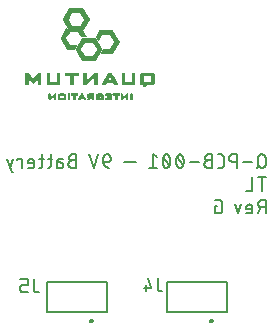
<source format=gbo>
G04 EAGLE Gerber RS-274X export*
G75*
%MOMM*%
%FSLAX34Y34*%
%LPD*%
%INSilkscreen Bottom*%
%IPPOS*%
%AMOC8*
5,1,8,0,0,1.08239X$1,22.5*%
G01*
%ADD10C,0.127000*%
%ADD11C,0.200000*%

G36*
X136625Y220096D02*
X136625Y220096D01*
X136691Y220101D01*
X136721Y220116D01*
X136754Y220123D01*
X136771Y220134D01*
X136793Y220128D01*
X136822Y220111D01*
X136909Y220096D01*
X136952Y220084D01*
X136967Y220086D01*
X136986Y220083D01*
X140689Y220083D01*
X140740Y220094D01*
X140793Y220094D01*
X140846Y220115D01*
X140884Y220123D01*
X140909Y220140D01*
X140947Y220155D01*
X141340Y220392D01*
X141371Y220421D01*
X141408Y220441D01*
X141454Y220497D01*
X141486Y220527D01*
X141495Y220547D01*
X141514Y220570D01*
X146804Y229733D01*
X146815Y229764D01*
X146833Y229791D01*
X146846Y229858D01*
X146867Y229922D01*
X146865Y229954D01*
X146871Y229986D01*
X146855Y230076D01*
X146852Y230120D01*
X146845Y230133D01*
X146842Y230150D01*
X146679Y230608D01*
X146660Y230640D01*
X146641Y230690D01*
X141351Y239854D01*
X141300Y239912D01*
X141254Y239975D01*
X141235Y239986D01*
X141220Y240003D01*
X141150Y240037D01*
X141083Y240076D01*
X141058Y240080D01*
X141040Y240089D01*
X140995Y240091D01*
X140919Y240104D01*
X130338Y240104D01*
X130296Y240095D01*
X130226Y240091D01*
X129760Y239984D01*
X129739Y239975D01*
X129716Y239972D01*
X129649Y239934D01*
X129578Y239902D01*
X129563Y239885D01*
X129543Y239874D01*
X129465Y239779D01*
X129444Y239755D01*
X129442Y239750D01*
X129438Y239745D01*
X124182Y230563D01*
X124175Y230542D01*
X124162Y230524D01*
X124128Y230402D01*
X124119Y230374D01*
X124119Y230369D01*
X124118Y230364D01*
X124073Y229905D01*
X124080Y229833D01*
X124080Y229761D01*
X124091Y229731D01*
X124093Y229707D01*
X124114Y229670D01*
X124138Y229605D01*
X124937Y228234D01*
X124951Y228218D01*
X124963Y228194D01*
X125118Y227978D01*
X125144Y227909D01*
X125154Y227865D01*
X125156Y227863D01*
X125157Y227861D01*
X125167Y227847D01*
X125176Y227824D01*
X129414Y220551D01*
X129449Y220512D01*
X129475Y220468D01*
X129521Y220432D01*
X129547Y220402D01*
X129574Y220390D01*
X129605Y220365D01*
X130005Y220145D01*
X130045Y220132D01*
X130082Y220111D01*
X130153Y220099D01*
X130195Y220086D01*
X130217Y220088D01*
X130246Y220083D01*
X136559Y220083D01*
X136625Y220096D01*
G37*
G36*
X133102Y240236D02*
X133102Y240236D01*
X133140Y240243D01*
X133178Y240242D01*
X133236Y240263D01*
X133297Y240276D01*
X133328Y240298D01*
X133364Y240311D01*
X133410Y240353D01*
X133460Y240389D01*
X133481Y240421D01*
X133509Y240447D01*
X133534Y240504D01*
X133567Y240556D01*
X133573Y240594D01*
X133589Y240629D01*
X133590Y240691D01*
X133600Y240752D01*
X133591Y240790D01*
X133591Y240828D01*
X133564Y240902D01*
X133554Y240946D01*
X133542Y240961D01*
X133534Y240984D01*
X128732Y249315D01*
X128680Y249373D01*
X128634Y249436D01*
X128615Y249447D01*
X128600Y249464D01*
X128530Y249498D01*
X128463Y249537D01*
X128439Y249541D01*
X128421Y249550D01*
X128376Y249552D01*
X128299Y249565D01*
X121449Y249562D01*
X118173Y255247D01*
X121449Y260918D01*
X128006Y260918D01*
X131287Y255241D01*
X128521Y250452D01*
X128515Y250433D01*
X128508Y250414D01*
X128494Y250393D01*
X128490Y250368D01*
X128464Y250302D01*
X128456Y250261D01*
X128456Y250165D01*
X128455Y250069D01*
X128456Y250065D01*
X128456Y250063D01*
X128465Y250043D01*
X128513Y249913D01*
X130426Y246599D01*
X130452Y246570D01*
X130470Y246535D01*
X130517Y246496D01*
X130558Y246450D01*
X130593Y246433D01*
X130623Y246408D01*
X130682Y246391D01*
X130737Y246364D01*
X130777Y246363D01*
X130814Y246351D01*
X130875Y246358D01*
X130936Y246355D01*
X130973Y246369D01*
X131012Y246373D01*
X131065Y246403D01*
X131122Y246425D01*
X131151Y246452D01*
X131185Y246471D01*
X131234Y246531D01*
X131267Y246561D01*
X131275Y246580D01*
X131291Y246599D01*
X136122Y254966D01*
X136126Y254977D01*
X136133Y254985D01*
X136142Y255014D01*
X136150Y255026D01*
X136154Y255052D01*
X136184Y255144D01*
X136190Y255184D01*
X136185Y255267D01*
X136186Y255350D01*
X136180Y255368D01*
X136179Y255383D01*
X136159Y255423D01*
X136128Y255506D01*
X130636Y264995D01*
X130585Y265053D01*
X130539Y265115D01*
X130519Y265127D01*
X130504Y265144D01*
X130434Y265177D01*
X130368Y265217D01*
X130343Y265221D01*
X130325Y265229D01*
X130280Y265231D01*
X130204Y265244D01*
X119237Y265240D01*
X119162Y265224D01*
X119085Y265216D01*
X119065Y265204D01*
X119043Y265200D01*
X118979Y265156D01*
X118911Y265118D01*
X118895Y265099D01*
X118879Y265087D01*
X118855Y265050D01*
X118805Y264990D01*
X113345Y255530D01*
X113334Y255496D01*
X113290Y255389D01*
X113281Y255349D01*
X113281Y255347D01*
X113281Y255346D01*
X113279Y255248D01*
X113278Y255150D01*
X113278Y255148D01*
X113278Y255147D01*
X113336Y254991D01*
X118820Y245491D01*
X118875Y245430D01*
X118925Y245364D01*
X118942Y245354D01*
X118952Y245342D01*
X118992Y245323D01*
X119067Y245277D01*
X119105Y245262D01*
X119116Y245260D01*
X119126Y245254D01*
X119290Y245226D01*
X126093Y245220D01*
X128819Y240497D01*
X128854Y240457D01*
X128882Y240411D01*
X128925Y240377D01*
X128950Y240348D01*
X128979Y240335D01*
X129013Y240308D01*
X129048Y240289D01*
X129088Y240277D01*
X129124Y240256D01*
X129196Y240243D01*
X129238Y240231D01*
X129260Y240233D01*
X129288Y240228D01*
X133102Y240236D01*
G37*
G36*
X155478Y226297D02*
X155478Y226297D01*
X155554Y226312D01*
X155631Y226321D01*
X155651Y226332D01*
X155673Y226337D01*
X155737Y226380D01*
X155804Y226418D01*
X155820Y226438D01*
X155837Y226449D01*
X155861Y226487D01*
X155910Y226547D01*
X161393Y236042D01*
X161405Y236076D01*
X161419Y236099D01*
X161424Y236130D01*
X161449Y236186D01*
X161449Y236208D01*
X161456Y236230D01*
X161452Y236291D01*
X161452Y236295D01*
X161451Y236301D01*
X161450Y236307D01*
X161451Y236385D01*
X161442Y236408D01*
X161441Y236428D01*
X161420Y236468D01*
X161393Y236541D01*
X155917Y246036D01*
X155865Y246095D01*
X155819Y246158D01*
X155798Y246171D01*
X155786Y246185D01*
X155745Y246205D01*
X155678Y246247D01*
X155641Y246263D01*
X155625Y246266D01*
X155611Y246274D01*
X155447Y246302D01*
X144529Y246302D01*
X144524Y246301D01*
X144519Y246302D01*
X144355Y246270D01*
X144317Y246256D01*
X144242Y246209D01*
X144165Y246166D01*
X144157Y246156D01*
X144148Y246151D01*
X144124Y246117D01*
X144120Y246113D01*
X144118Y246111D01*
X144115Y246106D01*
X144059Y246038D01*
X141142Y240987D01*
X141142Y240985D01*
X141140Y240984D01*
X141128Y240951D01*
X141128Y240950D01*
X141084Y240828D01*
X141076Y240787D01*
X141078Y240696D01*
X141077Y240604D01*
X141080Y240596D01*
X141080Y240588D01*
X141095Y240555D01*
X141135Y240448D01*
X143047Y237134D01*
X143073Y237105D01*
X143091Y237070D01*
X143138Y237031D01*
X143179Y236985D01*
X143214Y236968D01*
X143244Y236943D01*
X143303Y236926D01*
X143358Y236899D01*
X143397Y236898D01*
X143435Y236886D01*
X143496Y236893D01*
X143557Y236890D01*
X143594Y236904D01*
X143632Y236908D01*
X143686Y236938D01*
X143743Y236960D01*
X143772Y236987D01*
X143806Y237006D01*
X143855Y237066D01*
X143888Y237096D01*
X143896Y237115D01*
X143912Y237134D01*
X146710Y241974D01*
X153264Y241974D01*
X156540Y236286D01*
X153265Y230619D01*
X147751Y230619D01*
X147681Y230605D01*
X147610Y230599D01*
X147581Y230585D01*
X147556Y230579D01*
X147521Y230555D01*
X147461Y230526D01*
X147428Y230503D01*
X147411Y230485D01*
X147390Y230473D01*
X147316Y230383D01*
X147292Y230357D01*
X147290Y230351D01*
X147284Y230345D01*
X145389Y227041D01*
X145377Y227004D01*
X145356Y226972D01*
X145346Y226911D01*
X145326Y226852D01*
X145329Y226814D01*
X145323Y226776D01*
X145337Y226715D01*
X145342Y226654D01*
X145360Y226620D01*
X145369Y226582D01*
X145406Y226532D01*
X145434Y226478D01*
X145464Y226453D01*
X145487Y226422D01*
X145540Y226391D01*
X145588Y226351D01*
X145625Y226340D01*
X145658Y226321D01*
X145736Y226308D01*
X145779Y226295D01*
X145798Y226297D01*
X145822Y226293D01*
X155478Y226297D01*
G37*
G36*
X182822Y198040D02*
X182822Y198040D01*
X182840Y198038D01*
X182919Y198060D01*
X182999Y198076D01*
X183014Y198087D01*
X183032Y198092D01*
X183150Y198180D01*
X183162Y198189D01*
X183163Y198190D01*
X183165Y198191D01*
X184651Y199750D01*
X188660Y199764D01*
X188679Y199768D01*
X188702Y199766D01*
X189228Y199812D01*
X189256Y199820D01*
X189294Y199822D01*
X189809Y199938D01*
X189850Y199956D01*
X189926Y199980D01*
X190395Y200218D01*
X190415Y200234D01*
X190439Y200244D01*
X190521Y200318D01*
X190551Y200342D01*
X190555Y200349D01*
X190562Y200356D01*
X190885Y200768D01*
X190886Y200771D01*
X190888Y200773D01*
X190966Y200920D01*
X191130Y201421D01*
X191134Y201459D01*
X191150Y201510D01*
X191220Y202034D01*
X191219Y202057D01*
X191225Y202086D01*
X191239Y202614D01*
X191238Y202621D01*
X191239Y202629D01*
X191229Y207914D01*
X191224Y207939D01*
X191225Y207973D01*
X191162Y208497D01*
X191151Y208531D01*
X191145Y208581D01*
X190993Y209086D01*
X190987Y209098D01*
X190921Y209233D01*
X190616Y209659D01*
X190595Y209678D01*
X190581Y209702D01*
X190501Y209766D01*
X190470Y209795D01*
X190461Y209798D01*
X190451Y209806D01*
X189991Y210060D01*
X189948Y210073D01*
X189868Y210107D01*
X189356Y210233D01*
X189325Y210234D01*
X189286Y210245D01*
X188760Y210297D01*
X188739Y210295D01*
X188712Y210299D01*
X183956Y210307D01*
X183955Y210307D01*
X181295Y210307D01*
X181286Y210305D01*
X181274Y210307D01*
X180742Y210283D01*
X180720Y210278D01*
X180689Y210278D01*
X180164Y210199D01*
X180128Y210185D01*
X180073Y210176D01*
X179573Y210000D01*
X179568Y209998D01*
X179567Y209997D01*
X179566Y209997D01*
X179559Y209996D01*
X179416Y209911D01*
X179013Y209571D01*
X178999Y209553D01*
X178979Y209539D01*
X178912Y209443D01*
X178890Y209415D01*
X178888Y209409D01*
X178884Y209403D01*
X178658Y208924D01*
X178647Y208881D01*
X178620Y208810D01*
X178515Y208289D01*
X178515Y208260D01*
X178506Y208223D01*
X178471Y207692D01*
X178473Y207678D01*
X178470Y207660D01*
X178469Y204468D01*
X178478Y204424D01*
X178485Y204342D01*
X178551Y204090D01*
X178477Y203690D01*
X178478Y203653D01*
X178469Y203600D01*
X178469Y202543D01*
X178471Y202534D01*
X178469Y202523D01*
X178491Y201995D01*
X178497Y201970D01*
X178496Y201937D01*
X178578Y201415D01*
X178593Y201377D01*
X178604Y201318D01*
X178789Y200825D01*
X178795Y200814D01*
X178798Y200803D01*
X178888Y200663D01*
X179241Y200277D01*
X179257Y200265D01*
X179269Y200249D01*
X179383Y200173D01*
X179401Y200160D01*
X179404Y200159D01*
X179408Y200157D01*
X179889Y199944D01*
X179931Y199935D01*
X179994Y199911D01*
X180512Y199809D01*
X180539Y199809D01*
X180573Y199801D01*
X181100Y199763D01*
X181116Y199765D01*
X181135Y199761D01*
X181564Y199760D01*
X181066Y198758D01*
X181060Y198735D01*
X181047Y198715D01*
X181034Y198640D01*
X181015Y198566D01*
X181018Y198543D01*
X181014Y198519D01*
X181032Y198445D01*
X181043Y198369D01*
X181055Y198349D01*
X181060Y198326D01*
X181105Y198264D01*
X181145Y198199D01*
X181164Y198185D01*
X181178Y198166D01*
X181244Y198127D01*
X181306Y198082D01*
X181329Y198076D01*
X181349Y198064D01*
X181466Y198045D01*
X181500Y198037D01*
X181506Y198038D01*
X181513Y198037D01*
X182804Y198037D01*
X182822Y198040D01*
G37*
%LPC*%
G36*
X136515Y224377D02*
X136515Y224377D01*
X136506Y224378D01*
X136500Y224382D01*
X136463Y224385D01*
X136351Y224404D01*
X132277Y224404D01*
X132115Y224499D01*
X130079Y228031D01*
X130075Y228036D01*
X130073Y228042D01*
X129964Y228168D01*
X129828Y228280D01*
X129752Y228565D01*
X129732Y228605D01*
X129702Y228686D01*
X128962Y229971D01*
X128941Y230163D01*
X132169Y235749D01*
X132393Y235767D01*
X138609Y235767D01*
X138782Y235685D01*
X142005Y230097D01*
X141900Y229892D01*
X138794Y224508D01*
X138633Y224404D01*
X136664Y224404D01*
X136573Y224386D01*
X136516Y224376D01*
X136515Y224377D01*
G37*
%LPD*%
G36*
X123248Y229559D02*
X123248Y229559D01*
X123325Y229568D01*
X123345Y229579D01*
X123367Y229583D01*
X123431Y229627D01*
X123499Y229665D01*
X123515Y229684D01*
X123531Y229696D01*
X123555Y229733D01*
X123605Y229793D01*
X125516Y233109D01*
X125528Y233144D01*
X125548Y233175D01*
X125559Y233238D01*
X125579Y233298D01*
X125576Y233334D01*
X125583Y233371D01*
X125568Y233433D01*
X125563Y233496D01*
X125547Y233529D01*
X125538Y233564D01*
X125501Y233616D01*
X125472Y233673D01*
X125443Y233696D01*
X125422Y233726D01*
X125353Y233771D01*
X125318Y233799D01*
X125301Y233804D01*
X125283Y233816D01*
X125256Y233828D01*
X125237Y233832D01*
X125221Y233842D01*
X125079Y233866D01*
X125061Y233869D01*
X125059Y233869D01*
X125057Y233869D01*
X119531Y233869D01*
X116254Y239547D01*
X119041Y244375D01*
X119066Y244449D01*
X119097Y244519D01*
X119097Y244542D01*
X119105Y244564D01*
X119099Y244641D01*
X119100Y244718D01*
X119091Y244742D01*
X119089Y244762D01*
X119069Y244802D01*
X119042Y244874D01*
X117136Y248189D01*
X117129Y248197D01*
X117125Y248206D01*
X117064Y248271D01*
X117004Y248338D01*
X116995Y248343D01*
X116988Y248350D01*
X116906Y248385D01*
X116825Y248424D01*
X116815Y248425D01*
X116805Y248429D01*
X116734Y248431D01*
X116724Y248434D01*
X116708Y248432D01*
X116639Y248435D01*
X116615Y248432D01*
X116572Y248417D01*
X116527Y248412D01*
X116479Y248385D01*
X116427Y248368D01*
X116393Y248337D01*
X116353Y248315D01*
X116311Y248263D01*
X116279Y248235D01*
X116268Y248212D01*
X116247Y248186D01*
X111417Y239819D01*
X111407Y239790D01*
X111390Y239765D01*
X111368Y239671D01*
X111354Y239630D01*
X111355Y239618D01*
X111351Y239603D01*
X111349Y239563D01*
X111352Y239537D01*
X111348Y239512D01*
X111357Y239475D01*
X111356Y239435D01*
X111371Y239396D01*
X111375Y239366D01*
X111388Y239344D01*
X111394Y239319D01*
X111406Y239303D01*
X111414Y239279D01*
X116874Y229820D01*
X116878Y229816D01*
X116979Y229693D01*
X117010Y229666D01*
X117093Y229619D01*
X117174Y229571D01*
X117179Y229570D01*
X117184Y229568D01*
X117213Y229565D01*
X117338Y229544D01*
X123172Y229544D01*
X123248Y229559D01*
G37*
G36*
X83857Y199755D02*
X83857Y199755D01*
X83866Y199753D01*
X83954Y199775D01*
X84043Y199793D01*
X84051Y199798D01*
X84060Y199800D01*
X84197Y199895D01*
X84464Y200155D01*
X84473Y200168D01*
X84486Y200178D01*
X84529Y200250D01*
X84576Y200319D01*
X84579Y200335D01*
X84587Y200349D01*
X84615Y200513D01*
X84615Y205317D01*
X87750Y201151D01*
X87772Y201132D01*
X87788Y201107D01*
X87846Y201066D01*
X87899Y201019D01*
X87927Y201010D01*
X87951Y200993D01*
X88047Y200970D01*
X88088Y200956D01*
X88099Y200957D01*
X88112Y200954D01*
X88607Y200917D01*
X88673Y200925D01*
X88739Y200925D01*
X88771Y200938D01*
X88805Y200942D01*
X88862Y200976D01*
X88923Y201001D01*
X88951Y201028D01*
X88977Y201042D01*
X89000Y201074D01*
X89044Y201116D01*
X92243Y205385D01*
X92243Y200567D01*
X92256Y200503D01*
X92260Y200438D01*
X92277Y200401D01*
X92283Y200372D01*
X92305Y200339D01*
X92329Y200286D01*
X92543Y199972D01*
X92585Y199930D01*
X92621Y199882D01*
X92656Y199862D01*
X92685Y199833D01*
X92740Y199811D01*
X92792Y199781D01*
X92838Y199773D01*
X92870Y199761D01*
X92906Y199762D01*
X92956Y199753D01*
X94539Y199753D01*
X94547Y199755D01*
X94556Y199753D01*
X94644Y199774D01*
X94734Y199793D01*
X94741Y199797D01*
X94749Y199799D01*
X94822Y199853D01*
X94898Y199905D01*
X94902Y199912D01*
X94909Y199917D01*
X94956Y199996D01*
X95005Y200073D01*
X95006Y200081D01*
X95011Y200088D01*
X95038Y200252D01*
X95038Y209752D01*
X95038Y209754D01*
X95038Y209755D01*
X95037Y209760D01*
X95022Y209831D01*
X95012Y209911D01*
X95003Y209928D01*
X94999Y209947D01*
X94953Y210014D01*
X94913Y210083D01*
X94897Y210095D01*
X94886Y210111D01*
X94818Y210154D01*
X94754Y210203D01*
X94733Y210209D01*
X94719Y210218D01*
X94674Y210226D01*
X94594Y210249D01*
X94119Y210301D01*
X94095Y210299D01*
X94064Y210305D01*
X93009Y210305D01*
X92980Y210299D01*
X92951Y210301D01*
X92855Y210273D01*
X92814Y210265D01*
X92804Y210259D01*
X92791Y210255D01*
X92364Y210048D01*
X92339Y210029D01*
X92310Y210018D01*
X92241Y209955D01*
X92206Y209928D01*
X92200Y209916D01*
X92188Y209906D01*
X88248Y204846D01*
X84280Y210046D01*
X84268Y210056D01*
X84261Y210070D01*
X84237Y210088D01*
X84222Y210108D01*
X84182Y210132D01*
X84130Y210177D01*
X84116Y210182D01*
X84104Y210191D01*
X84060Y210204D01*
X84051Y210210D01*
X84031Y210213D01*
X83944Y210239D01*
X83941Y210239D01*
X83447Y210301D01*
X83420Y210299D01*
X83386Y210305D01*
X82330Y210305D01*
X82323Y210303D01*
X82317Y210304D01*
X82227Y210284D01*
X82135Y210265D01*
X82130Y210261D01*
X82123Y210260D01*
X81985Y210166D01*
X81715Y209909D01*
X81705Y209893D01*
X81690Y209883D01*
X81648Y209813D01*
X81602Y209745D01*
X81598Y209727D01*
X81588Y209712D01*
X81564Y209564D01*
X81561Y209551D01*
X81561Y209549D01*
X81561Y209547D01*
X81561Y200575D01*
X81572Y200519D01*
X81574Y200461D01*
X81593Y200415D01*
X81600Y200380D01*
X81620Y200352D01*
X81639Y200308D01*
X81843Y199985D01*
X81890Y199936D01*
X81930Y199882D01*
X81958Y199865D01*
X81981Y199842D01*
X82043Y199815D01*
X82101Y199781D01*
X82138Y199775D01*
X82164Y199763D01*
X82205Y199763D01*
X82265Y199753D01*
X83848Y199753D01*
X83857Y199755D01*
G37*
G36*
X132568Y199761D02*
X132568Y199761D01*
X132608Y199759D01*
X132680Y199784D01*
X132724Y199793D01*
X132741Y199804D01*
X132766Y199813D01*
X133210Y200051D01*
X133242Y200077D01*
X133295Y200109D01*
X139801Y205583D01*
X139802Y205584D01*
X139803Y205585D01*
X139917Y205681D01*
X139912Y200381D01*
X139918Y200350D01*
X139916Y200318D01*
X139938Y200253D01*
X139951Y200186D01*
X139969Y200160D01*
X139980Y200129D01*
X140025Y200078D01*
X140064Y200022D01*
X140091Y200005D01*
X140112Y199981D01*
X140194Y199939D01*
X140231Y199915D01*
X140245Y199913D01*
X140260Y199905D01*
X140663Y199777D01*
X140697Y199773D01*
X140814Y199753D01*
X142409Y199753D01*
X142417Y199755D01*
X142425Y199753D01*
X142514Y199774D01*
X142603Y199793D01*
X142610Y199797D01*
X142619Y199799D01*
X142691Y199853D01*
X142767Y199905D01*
X142772Y199912D01*
X142779Y199917D01*
X142825Y199996D01*
X142874Y200073D01*
X142876Y200081D01*
X142880Y200088D01*
X142908Y200252D01*
X142908Y209286D01*
X142907Y209292D01*
X142908Y209298D01*
X142895Y209817D01*
X142895Y209820D01*
X142895Y209822D01*
X142873Y209916D01*
X142851Y210011D01*
X142850Y210013D01*
X142849Y210015D01*
X142792Y210092D01*
X142735Y210172D01*
X142733Y210174D01*
X142731Y210175D01*
X142649Y210224D01*
X142564Y210275D01*
X142562Y210276D01*
X142560Y210277D01*
X142396Y210305D01*
X141333Y210305D01*
X141309Y210299D01*
X141276Y210301D01*
X140766Y210242D01*
X140707Y210223D01*
X140646Y210213D01*
X140622Y210198D01*
X140619Y210198D01*
X140610Y210192D01*
X140608Y210190D01*
X140577Y210180D01*
X140549Y210156D01*
X140503Y210129D01*
X133654Y204391D01*
X133666Y204616D01*
X133665Y204628D01*
X133667Y204643D01*
X133670Y209426D01*
X133668Y209438D01*
X133669Y209450D01*
X133634Y209613D01*
X133481Y209992D01*
X133474Y210003D01*
X133471Y210015D01*
X133420Y210085D01*
X133372Y210158D01*
X133361Y210165D01*
X133353Y210175D01*
X133279Y210220D01*
X133206Y210268D01*
X133193Y210270D01*
X133182Y210277D01*
X133018Y210305D01*
X131424Y210305D01*
X131398Y210299D01*
X131371Y210302D01*
X131301Y210280D01*
X131229Y210265D01*
X131207Y210250D01*
X131181Y210242D01*
X131098Y210175D01*
X131065Y210152D01*
X131060Y210145D01*
X131052Y210138D01*
X130801Y209857D01*
X130751Y209772D01*
X130702Y209689D01*
X130701Y209687D01*
X130701Y209685D01*
X130699Y209671D01*
X130674Y209525D01*
X130674Y200491D01*
X130682Y200453D01*
X130680Y200415D01*
X130701Y200357D01*
X130714Y200296D01*
X130735Y200264D01*
X130749Y200228D01*
X130801Y200169D01*
X130826Y200132D01*
X130842Y200121D01*
X130859Y200103D01*
X131152Y199865D01*
X131228Y199825D01*
X131302Y199781D01*
X131317Y199778D01*
X131328Y199773D01*
X131371Y199769D01*
X131467Y199753D01*
X132529Y199753D01*
X132568Y199761D01*
G37*
G36*
X108594Y199761D02*
X108594Y199761D01*
X108609Y199760D01*
X109139Y199790D01*
X109163Y199796D01*
X109196Y199796D01*
X109718Y199886D01*
X109756Y199901D01*
X109816Y199914D01*
X110308Y200108D01*
X110320Y200116D01*
X110334Y200119D01*
X110472Y200213D01*
X110849Y200578D01*
X110860Y200593D01*
X110874Y200604D01*
X110955Y200732D01*
X110962Y200742D01*
X110962Y200743D01*
X110963Y200744D01*
X111167Y201232D01*
X111175Y201274D01*
X111198Y201337D01*
X111291Y201858D01*
X111290Y201885D01*
X111298Y201919D01*
X111327Y202449D01*
X111325Y202461D01*
X111327Y202476D01*
X111328Y209372D01*
X111319Y209414D01*
X111316Y209481D01*
X111218Y209914D01*
X111197Y209963D01*
X111184Y210015D01*
X111156Y210053D01*
X111137Y210096D01*
X111098Y210132D01*
X111066Y210175D01*
X111026Y210199D01*
X110992Y210231D01*
X110941Y210250D01*
X110895Y210277D01*
X110841Y210286D01*
X110805Y210299D01*
X110773Y210297D01*
X110731Y210305D01*
X108609Y210305D01*
X108601Y210303D01*
X108593Y210304D01*
X108504Y210283D01*
X108414Y210265D01*
X108408Y210260D01*
X108399Y210258D01*
X108326Y210204D01*
X108251Y210152D01*
X108246Y210145D01*
X108239Y210140D01*
X108193Y210062D01*
X108144Y209985D01*
X108142Y209977D01*
X108138Y209969D01*
X108110Y209805D01*
X108110Y202553D01*
X102780Y202553D01*
X102780Y209724D01*
X102768Y209786D01*
X102764Y209849D01*
X102748Y209882D01*
X102741Y209919D01*
X102705Y209971D01*
X102677Y210028D01*
X102649Y210052D01*
X102628Y210083D01*
X102575Y210117D01*
X102527Y210158D01*
X102487Y210173D01*
X102461Y210190D01*
X102423Y210196D01*
X102370Y210215D01*
X101921Y210296D01*
X101884Y210296D01*
X101832Y210305D01*
X100241Y210305D01*
X100158Y210288D01*
X100074Y210276D01*
X100061Y210268D01*
X100046Y210265D01*
X99976Y210217D01*
X99903Y210173D01*
X99893Y210160D01*
X99882Y210152D01*
X99858Y210115D01*
X99801Y210042D01*
X99616Y209697D01*
X99604Y209659D01*
X99584Y209624D01*
X99571Y209549D01*
X99558Y209507D01*
X99560Y209486D01*
X99556Y209460D01*
X99556Y202564D01*
X99558Y202556D01*
X99556Y202546D01*
X99576Y202016D01*
X99581Y201992D01*
X99581Y201959D01*
X99661Y201435D01*
X99675Y201397D01*
X99686Y201339D01*
X99868Y200842D01*
X99873Y200833D01*
X99875Y200823D01*
X99963Y200682D01*
X100313Y200289D01*
X100330Y200277D01*
X100342Y200259D01*
X100450Y200187D01*
X100472Y200170D01*
X100476Y200169D01*
X100480Y200167D01*
X100961Y199949D01*
X101004Y199939D01*
X101068Y199914D01*
X101588Y199810D01*
X101615Y199810D01*
X101650Y199801D01*
X102179Y199762D01*
X102195Y199764D01*
X102215Y199761D01*
X108581Y199759D01*
X108594Y199761D01*
G37*
G36*
X172043Y199761D02*
X172043Y199761D01*
X172059Y199760D01*
X172589Y199790D01*
X172613Y199796D01*
X172646Y199796D01*
X173168Y199887D01*
X173206Y199902D01*
X173266Y199915D01*
X173758Y200109D01*
X173769Y200116D01*
X173782Y200119D01*
X173920Y200213D01*
X174299Y200576D01*
X174309Y200592D01*
X174324Y200603D01*
X174405Y200729D01*
X174412Y200740D01*
X174412Y200741D01*
X174413Y200743D01*
X174619Y201230D01*
X174627Y201272D01*
X174650Y201337D01*
X174743Y201859D01*
X174742Y201886D01*
X174750Y201920D01*
X174777Y202450D01*
X174775Y202461D01*
X174777Y202475D01*
X174777Y209372D01*
X174769Y209414D01*
X174765Y209481D01*
X174668Y209914D01*
X174646Y209963D01*
X174634Y210015D01*
X174606Y210053D01*
X174587Y210096D01*
X174548Y210132D01*
X174516Y210175D01*
X174476Y210199D01*
X174441Y210231D01*
X174391Y210250D01*
X174345Y210277D01*
X174290Y210286D01*
X174254Y210299D01*
X174223Y210297D01*
X174181Y210305D01*
X172059Y210305D01*
X172051Y210303D01*
X172043Y210304D01*
X171954Y210283D01*
X171864Y210265D01*
X171857Y210260D01*
X171849Y210258D01*
X171776Y210204D01*
X171700Y210152D01*
X171696Y210145D01*
X171689Y210140D01*
X171643Y210062D01*
X171593Y209985D01*
X171592Y209977D01*
X171588Y209969D01*
X171560Y209805D01*
X171560Y202553D01*
X166225Y202553D01*
X166225Y209720D01*
X166213Y209780D01*
X166211Y209841D01*
X166194Y209876D01*
X166186Y209915D01*
X166151Y209965D01*
X166125Y210020D01*
X166096Y210046D01*
X166073Y210079D01*
X166022Y210112D01*
X165976Y210152D01*
X165934Y210168D01*
X165906Y210186D01*
X165869Y210192D01*
X165820Y210210D01*
X165375Y210296D01*
X165336Y210295D01*
X165281Y210305D01*
X163690Y210305D01*
X163606Y210287D01*
X163521Y210275D01*
X163509Y210268D01*
X163495Y210265D01*
X163424Y210217D01*
X163351Y210172D01*
X163341Y210160D01*
X163331Y210152D01*
X163307Y210116D01*
X163249Y210041D01*
X163064Y209695D01*
X163053Y209657D01*
X163033Y209624D01*
X163020Y209547D01*
X163008Y209504D01*
X163010Y209484D01*
X163006Y209459D01*
X163006Y202563D01*
X163007Y202555D01*
X163006Y202545D01*
X163025Y202015D01*
X163031Y201990D01*
X163030Y201958D01*
X163110Y201434D01*
X163124Y201396D01*
X163135Y201338D01*
X163316Y200841D01*
X163322Y200831D01*
X163324Y200821D01*
X163412Y200680D01*
X163762Y200288D01*
X163779Y200275D01*
X163791Y200258D01*
X163899Y200185D01*
X163921Y200169D01*
X163925Y200168D01*
X163929Y200165D01*
X164411Y199948D01*
X164453Y199939D01*
X164518Y199914D01*
X165037Y199809D01*
X165065Y199809D01*
X165099Y199801D01*
X165628Y199762D01*
X165644Y199764D01*
X165665Y199761D01*
X172031Y199759D01*
X172043Y199761D01*
G37*
G36*
X148911Y199754D02*
X148911Y199754D01*
X149071Y199781D01*
X149512Y199934D01*
X149603Y199988D01*
X149683Y200035D01*
X149786Y200166D01*
X150689Y201818D01*
X150893Y201852D01*
X156049Y201852D01*
X156210Y201773D01*
X157129Y200037D01*
X157178Y199977D01*
X157222Y199912D01*
X157241Y199900D01*
X157255Y199883D01*
X157324Y199847D01*
X157390Y199805D01*
X157414Y199800D01*
X157431Y199791D01*
X157476Y199788D01*
X157553Y199772D01*
X158074Y199754D01*
X158081Y199755D01*
X158091Y199754D01*
X159685Y199754D01*
X159751Y199767D01*
X159818Y199772D01*
X159848Y199787D01*
X159880Y199793D01*
X159935Y199832D01*
X159996Y199862D01*
X160017Y199887D01*
X160044Y199906D01*
X160080Y199963D01*
X160123Y200015D01*
X160133Y200046D01*
X160151Y200073D01*
X160162Y200140D01*
X160182Y200205D01*
X160179Y200242D01*
X160184Y200269D01*
X160174Y200309D01*
X160170Y200371D01*
X160082Y200731D01*
X160064Y200771D01*
X160032Y200860D01*
X157151Y205946D01*
X155069Y209619D01*
X155061Y209628D01*
X155054Y209643D01*
X154777Y210073D01*
X154732Y210120D01*
X154693Y210173D01*
X154663Y210191D01*
X154639Y210215D01*
X154578Y210241D01*
X154522Y210274D01*
X154483Y210281D01*
X154455Y210292D01*
X154415Y210292D01*
X154358Y210302D01*
X152247Y210302D01*
X152170Y210286D01*
X152093Y210278D01*
X152074Y210267D01*
X152052Y210262D01*
X151988Y210218D01*
X151920Y210180D01*
X151904Y210161D01*
X151888Y210150D01*
X151864Y210112D01*
X151814Y210051D01*
X149711Y206391D01*
X149709Y206384D01*
X149704Y206377D01*
X149467Y205935D01*
X149458Y205905D01*
X149442Y205879D01*
X149432Y205823D01*
X149269Y205612D01*
X149256Y205585D01*
X149231Y205555D01*
X146586Y200946D01*
X146584Y200940D01*
X146578Y200933D01*
X146341Y200488D01*
X146333Y200458D01*
X146316Y200432D01*
X146304Y200364D01*
X146285Y200297D01*
X146288Y200267D01*
X146283Y200236D01*
X146299Y200169D01*
X146307Y200100D01*
X146322Y200073D01*
X146329Y200043D01*
X146370Y199987D01*
X146404Y199926D01*
X146429Y199907D01*
X146447Y199883D01*
X146507Y199847D01*
X146562Y199805D01*
X146591Y199797D01*
X146618Y199781D01*
X146712Y199765D01*
X146754Y199754D01*
X146767Y199756D01*
X146782Y199754D01*
X148907Y199754D01*
X148911Y199754D01*
G37*
G36*
X122139Y199759D02*
X122139Y199759D01*
X122167Y199756D01*
X122236Y199778D01*
X122307Y199793D01*
X122330Y199808D01*
X122356Y199817D01*
X122437Y199882D01*
X122471Y199905D01*
X122476Y199914D01*
X122486Y199921D01*
X122508Y199946D01*
X122557Y200031D01*
X122605Y200113D01*
X122606Y200116D01*
X122607Y200118D01*
X122610Y200139D01*
X122633Y200277D01*
X122633Y207603D01*
X126496Y207603D01*
X126498Y207603D01*
X126500Y207603D01*
X126593Y207622D01*
X126691Y207642D01*
X126693Y207643D01*
X126695Y207644D01*
X126834Y207735D01*
X126859Y207757D01*
X126872Y207776D01*
X126891Y207789D01*
X126930Y207855D01*
X126975Y207918D01*
X126980Y207940D01*
X126992Y207960D01*
X127012Y208080D01*
X127020Y208112D01*
X127019Y208117D01*
X127020Y208124D01*
X127020Y209805D01*
X127018Y209814D01*
X127019Y209822D01*
X126998Y209911D01*
X126980Y210000D01*
X126975Y210007D01*
X126973Y210015D01*
X126919Y210089D01*
X126868Y210164D01*
X126860Y210169D01*
X126855Y210175D01*
X126777Y210222D01*
X126700Y210271D01*
X126692Y210273D01*
X126684Y210277D01*
X126520Y210305D01*
X115504Y210301D01*
X115496Y210299D01*
X115488Y210300D01*
X115400Y210279D01*
X115310Y210261D01*
X115303Y210256D01*
X115295Y210254D01*
X115221Y210200D01*
X115146Y210148D01*
X115141Y210141D01*
X115134Y210136D01*
X115088Y210058D01*
X115039Y209981D01*
X115037Y209973D01*
X115033Y209965D01*
X115005Y209801D01*
X115005Y208120D01*
X115018Y208058D01*
X115022Y207994D01*
X115038Y207961D01*
X115045Y207925D01*
X115081Y207873D01*
X115109Y207815D01*
X115140Y207787D01*
X115157Y207762D01*
X115190Y207741D01*
X115194Y207737D01*
X115198Y207732D01*
X115203Y207729D01*
X115231Y207702D01*
X115260Y207684D01*
X115310Y207664D01*
X115325Y207655D01*
X115329Y207654D01*
X115369Y207630D01*
X115414Y207623D01*
X115444Y207611D01*
X115481Y207611D01*
X115533Y207603D01*
X119411Y207603D01*
X119418Y200252D01*
X119420Y200244D01*
X119418Y200236D01*
X119439Y200147D01*
X119458Y200057D01*
X119462Y200050D01*
X119464Y200042D01*
X119518Y199969D01*
X119570Y199893D01*
X119577Y199889D01*
X119582Y199882D01*
X119661Y199836D01*
X119738Y199786D01*
X119746Y199785D01*
X119753Y199781D01*
X119917Y199753D01*
X122112Y199753D01*
X122139Y199759D01*
G37*
G36*
X112668Y187062D02*
X112668Y187062D01*
X112701Y187066D01*
X112814Y187046D01*
X114378Y187046D01*
X114397Y187050D01*
X114421Y187048D01*
X114939Y187093D01*
X114950Y187096D01*
X114962Y187095D01*
X115121Y187145D01*
X115578Y187375D01*
X115579Y187376D01*
X115581Y187377D01*
X115657Y187437D01*
X115734Y187498D01*
X115735Y187500D01*
X115736Y187501D01*
X115820Y187645D01*
X116002Y188127D01*
X116007Y188159D01*
X116034Y188277D01*
X116060Y188797D01*
X116058Y188809D01*
X116061Y188823D01*
X116058Y191430D01*
X116049Y191473D01*
X116045Y191544D01*
X115926Y192049D01*
X115893Y192120D01*
X115867Y192194D01*
X115851Y192212D01*
X115843Y192229D01*
X115810Y192259D01*
X115758Y192319D01*
X115367Y192642D01*
X115326Y192664D01*
X115289Y192695D01*
X115229Y192716D01*
X115192Y192735D01*
X115165Y192738D01*
X115132Y192749D01*
X114620Y192835D01*
X114585Y192834D01*
X114538Y192842D01*
X112974Y192846D01*
X112894Y192829D01*
X112887Y192829D01*
X112785Y192846D01*
X110659Y192841D01*
X110623Y192833D01*
X110570Y192833D01*
X110050Y192737D01*
X109991Y192714D01*
X109930Y192699D01*
X109895Y192675D01*
X109865Y192663D01*
X109838Y192636D01*
X109793Y192606D01*
X109422Y192248D01*
X109384Y192193D01*
X109339Y192143D01*
X109325Y192108D01*
X109309Y192084D01*
X109301Y192044D01*
X109279Y191987D01*
X109175Y191469D01*
X109175Y191429D01*
X109165Y191371D01*
X109161Y188713D01*
X109165Y188693D01*
X109163Y188668D01*
X109210Y188139D01*
X109217Y188116D01*
X109217Y188091D01*
X109257Y187985D01*
X109267Y187949D01*
X109272Y187943D01*
X109275Y187935D01*
X109535Y187485D01*
X109599Y187412D01*
X109663Y187339D01*
X109665Y187337D01*
X109666Y187336D01*
X109682Y187328D01*
X109810Y187261D01*
X110309Y187094D01*
X110353Y187089D01*
X110446Y187069D01*
X110976Y187047D01*
X110986Y187048D01*
X110997Y187046D01*
X112592Y187046D01*
X112668Y187062D01*
G37*
G36*
X146543Y187058D02*
X146543Y187058D01*
X146580Y187066D01*
X146635Y187067D01*
X147151Y187164D01*
X147214Y187190D01*
X147279Y187207D01*
X147309Y187229D01*
X147335Y187239D01*
X147364Y187268D01*
X147414Y187304D01*
X147772Y187668D01*
X147806Y187721D01*
X147849Y187769D01*
X147863Y187808D01*
X147880Y187834D01*
X147887Y187872D01*
X147887Y187873D01*
X147889Y187876D01*
X147890Y187879D01*
X147907Y187924D01*
X148005Y188440D01*
X148005Y188478D01*
X148014Y188533D01*
X148018Y191169D01*
X148014Y191187D01*
X148016Y191211D01*
X147972Y191735D01*
X147966Y191755D01*
X147967Y191776D01*
X147924Y191901D01*
X147916Y191926D01*
X147914Y191929D01*
X147913Y191933D01*
X147665Y192386D01*
X147601Y192462D01*
X147538Y192536D01*
X147538Y192537D01*
X147537Y192538D01*
X147529Y192541D01*
X147393Y192617D01*
X146901Y192790D01*
X146860Y192796D01*
X146759Y192818D01*
X146233Y192843D01*
X146222Y192842D01*
X146209Y192844D01*
X143046Y192844D01*
X143028Y192840D01*
X143005Y192842D01*
X142481Y192799D01*
X142473Y192796D01*
X142465Y192797D01*
X142305Y192751D01*
X141837Y192525D01*
X141761Y192467D01*
X141683Y192409D01*
X141681Y192407D01*
X141679Y192405D01*
X141668Y192385D01*
X141594Y192269D01*
X141393Y191790D01*
X141385Y191751D01*
X141368Y191715D01*
X141363Y191639D01*
X141354Y191595D01*
X141358Y191575D01*
X141356Y191549D01*
X141401Y191080D01*
X141414Y191038D01*
X141417Y190994D01*
X141443Y190944D01*
X141459Y190890D01*
X141488Y190856D01*
X141508Y190817D01*
X141551Y190781D01*
X141587Y190738D01*
X141626Y190718D01*
X141660Y190689D01*
X141726Y190667D01*
X141728Y190666D01*
X141497Y190442D01*
X141487Y190428D01*
X141473Y190417D01*
X141431Y190346D01*
X141384Y190278D01*
X141381Y190261D01*
X141372Y190246D01*
X141346Y190092D01*
X141345Y190084D01*
X141345Y190083D01*
X141345Y190082D01*
X141350Y188500D01*
X141358Y188461D01*
X141360Y188400D01*
X141467Y187887D01*
X141496Y187819D01*
X141518Y187749D01*
X141537Y187725D01*
X141546Y187704D01*
X141577Y187674D01*
X141622Y187618D01*
X142001Y187276D01*
X142049Y187247D01*
X142092Y187210D01*
X142141Y187193D01*
X142172Y187175D01*
X142205Y187170D01*
X142249Y187155D01*
X142767Y187064D01*
X142803Y187065D01*
X142853Y187057D01*
X146543Y187058D01*
G37*
G36*
X135154Y187045D02*
X135154Y187045D01*
X135172Y187042D01*
X135326Y187079D01*
X135332Y187081D01*
X135333Y187081D01*
X135787Y187275D01*
X135790Y187277D01*
X135794Y187278D01*
X135933Y187370D01*
X137405Y188752D01*
X137690Y188855D01*
X137877Y188855D01*
X137877Y188006D01*
X137883Y187977D01*
X137882Y187938D01*
X137946Y187472D01*
X137971Y187401D01*
X137989Y187328D01*
X138004Y187308D01*
X138012Y187285D01*
X138063Y187229D01*
X138108Y187169D01*
X138129Y187156D01*
X138146Y187138D01*
X138215Y187106D01*
X138279Y187068D01*
X138307Y187064D01*
X138327Y187055D01*
X138371Y187053D01*
X138443Y187041D01*
X138974Y187044D01*
X138987Y187047D01*
X139004Y187045D01*
X139504Y187077D01*
X139593Y187102D01*
X139682Y187123D01*
X139689Y187127D01*
X139696Y187129D01*
X139769Y187186D01*
X139842Y187241D01*
X139846Y187248D01*
X139852Y187252D01*
X139897Y187333D01*
X139944Y187412D01*
X139945Y187420D01*
X139948Y187426D01*
X139952Y187463D01*
X139971Y187576D01*
X139968Y192347D01*
X139966Y192355D01*
X139967Y192363D01*
X139946Y192452D01*
X139928Y192542D01*
X139923Y192548D01*
X139921Y192556D01*
X139867Y192630D01*
X139815Y192705D01*
X139808Y192710D01*
X139803Y192716D01*
X139725Y192763D01*
X139648Y192812D01*
X139639Y192814D01*
X139632Y192818D01*
X139468Y192846D01*
X136816Y192846D01*
X136815Y192845D01*
X136814Y192846D01*
X135196Y192840D01*
X135152Y192831D01*
X135068Y192822D01*
X134552Y192683D01*
X134490Y192653D01*
X134425Y192630D01*
X134398Y192607D01*
X134374Y192594D01*
X134347Y192563D01*
X134299Y192522D01*
X133960Y192118D01*
X133930Y192062D01*
X133892Y192012D01*
X133881Y191971D01*
X133865Y191943D01*
X133862Y191905D01*
X133847Y191852D01*
X133788Y191319D01*
X133789Y191307D01*
X133785Y191295D01*
X133803Y191130D01*
X133855Y190944D01*
X133829Y190909D01*
X133823Y190884D01*
X133811Y190863D01*
X133793Y190751D01*
X133785Y190715D01*
X133786Y190708D01*
X133784Y190699D01*
X133789Y190168D01*
X133818Y190004D01*
X133994Y189512D01*
X134038Y189440D01*
X134078Y189364D01*
X134090Y189353D01*
X134097Y189342D01*
X134133Y189316D01*
X134203Y189255D01*
X134648Y188982D01*
X134675Y188972D01*
X134698Y188955D01*
X134715Y188951D01*
X133649Y188077D01*
X133589Y188003D01*
X133528Y187931D01*
X133526Y187926D01*
X133523Y187922D01*
X133497Y187831D01*
X133469Y187741D01*
X133469Y187736D01*
X133468Y187731D01*
X133479Y187638D01*
X133489Y187543D01*
X133491Y187538D01*
X133491Y187534D01*
X133506Y187509D01*
X133564Y187394D01*
X133674Y187244D01*
X133711Y187211D01*
X133741Y187170D01*
X133784Y187145D01*
X133822Y187111D01*
X133869Y187094D01*
X133912Y187069D01*
X133971Y187059D01*
X134009Y187046D01*
X134038Y187047D01*
X134076Y187041D01*
X135137Y187041D01*
X135154Y187045D01*
G37*
%LPC*%
G36*
X181684Y202550D02*
X181684Y202550D01*
X181684Y203538D01*
X181684Y203542D01*
X181684Y203545D01*
X181683Y203550D01*
X181684Y203559D01*
X181667Y203966D01*
X181684Y204067D01*
X181684Y207598D01*
X183538Y207598D01*
X183582Y207607D01*
X183670Y207616D01*
X183964Y207697D01*
X184211Y207620D01*
X184249Y207617D01*
X184359Y207598D01*
X188019Y207598D01*
X188019Y202550D01*
X181684Y202550D01*
G37*
%LPD*%
G36*
X154453Y187049D02*
X154453Y187049D01*
X154461Y187048D01*
X154549Y187069D01*
X154639Y187087D01*
X154646Y187092D01*
X154654Y187094D01*
X154727Y187148D01*
X154803Y187200D01*
X154808Y187207D01*
X154814Y187212D01*
X154861Y187290D01*
X154910Y187367D01*
X154912Y187376D01*
X154916Y187383D01*
X154944Y187547D01*
X154944Y192273D01*
X154930Y192341D01*
X154924Y192410D01*
X154910Y192437D01*
X154904Y192468D01*
X154865Y192525D01*
X154833Y192586D01*
X154809Y192606D01*
X154791Y192632D01*
X154733Y192669D01*
X154680Y192713D01*
X154646Y192724D01*
X154624Y192739D01*
X154583Y192746D01*
X154522Y192766D01*
X154069Y192838D01*
X154036Y192836D01*
X153991Y192844D01*
X149790Y192844D01*
X149762Y192838D01*
X149734Y192841D01*
X149666Y192818D01*
X149595Y192804D01*
X149572Y192788D01*
X149545Y192779D01*
X149466Y192715D01*
X149431Y192692D01*
X149426Y192683D01*
X149415Y192675D01*
X149170Y192395D01*
X149121Y192312D01*
X149073Y192229D01*
X149072Y192226D01*
X149070Y192223D01*
X149068Y192200D01*
X149045Y192065D01*
X149045Y191540D01*
X149045Y191539D01*
X149045Y191538D01*
X149046Y191531D01*
X149045Y191524D01*
X149065Y191440D01*
X149084Y191345D01*
X149085Y191344D01*
X149090Y191337D01*
X149091Y191331D01*
X149138Y191268D01*
X149139Y191266D01*
X149197Y191181D01*
X149198Y191181D01*
X149198Y191180D01*
X149206Y191175D01*
X149209Y191171D01*
X149270Y191134D01*
X149280Y191129D01*
X149365Y191074D01*
X149366Y191074D01*
X149376Y191072D01*
X149380Y191069D01*
X149431Y191061D01*
X149530Y191041D01*
X150040Y191026D01*
X150046Y191028D01*
X150054Y191026D01*
X152830Y191026D01*
X152830Y190956D01*
X151371Y190956D01*
X151353Y190952D01*
X151335Y190955D01*
X151256Y190933D01*
X151176Y190916D01*
X151161Y190906D01*
X151143Y190901D01*
X151023Y190812D01*
X151012Y190804D01*
X151011Y190803D01*
X151010Y190801D01*
X150753Y190533D01*
X150750Y190527D01*
X150744Y190523D01*
X150697Y190443D01*
X150647Y190365D01*
X150646Y190358D01*
X150643Y190352D01*
X150615Y190188D01*
X150615Y189663D01*
X150634Y189570D01*
X150652Y189476D01*
X150654Y189473D01*
X150655Y189468D01*
X150709Y189390D01*
X150761Y189310D01*
X150765Y189308D01*
X150767Y189304D01*
X150847Y189253D01*
X150927Y189200D01*
X150932Y189199D01*
X150935Y189197D01*
X150962Y189193D01*
X151089Y189164D01*
X151589Y189139D01*
X151600Y189141D01*
X151614Y189138D01*
X152830Y189138D01*
X152830Y188947D01*
X149932Y188947D01*
X149896Y188940D01*
X149843Y188939D01*
X149399Y188858D01*
X149340Y188835D01*
X149278Y188820D01*
X149248Y188798D01*
X149214Y188784D01*
X149169Y188740D01*
X149118Y188702D01*
X149099Y188670D01*
X149073Y188644D01*
X149049Y188585D01*
X149017Y188531D01*
X149010Y188489D01*
X148998Y188460D01*
X148998Y188422D01*
X148989Y188367D01*
X148989Y187842D01*
X149005Y187762D01*
X149016Y187681D01*
X149025Y187663D01*
X149028Y187647D01*
X149054Y187610D01*
X149095Y187534D01*
X149325Y187240D01*
X149358Y187212D01*
X149383Y187177D01*
X149433Y187148D01*
X149476Y187110D01*
X149517Y187097D01*
X149554Y187075D01*
X149624Y187064D01*
X149666Y187051D01*
X149689Y187053D01*
X149718Y187048D01*
X154444Y187048D01*
X154453Y187049D01*
G37*
G36*
X163556Y187066D02*
X163556Y187066D01*
X163645Y187081D01*
X163654Y187086D01*
X163662Y187087D01*
X163694Y187109D01*
X163789Y187165D01*
X166845Y189740D01*
X166844Y187602D01*
X166860Y187524D01*
X166869Y187446D01*
X166879Y187428D01*
X166884Y187407D01*
X166928Y187342D01*
X166968Y187273D01*
X166984Y187260D01*
X166996Y187243D01*
X167063Y187201D01*
X167126Y187152D01*
X167148Y187146D01*
X167163Y187136D01*
X167208Y187129D01*
X167286Y187106D01*
X167760Y187051D01*
X167785Y187053D01*
X167817Y187048D01*
X168347Y187048D01*
X168355Y187049D01*
X168363Y187048D01*
X168452Y187069D01*
X168541Y187087D01*
X168548Y187092D01*
X168557Y187094D01*
X168630Y187148D01*
X168705Y187200D01*
X168710Y187207D01*
X168717Y187212D01*
X168763Y187290D01*
X168812Y187367D01*
X168814Y187376D01*
X168818Y187383D01*
X168846Y187547D01*
X168846Y192309D01*
X168828Y192398D01*
X168813Y192487D01*
X168808Y192495D01*
X168806Y192504D01*
X168755Y192578D01*
X168707Y192655D01*
X168699Y192660D01*
X168694Y192668D01*
X168618Y192717D01*
X168544Y192768D01*
X168533Y192771D01*
X168526Y192775D01*
X168487Y192782D01*
X168382Y192807D01*
X167888Y192842D01*
X167868Y192840D01*
X167849Y192844D01*
X167712Y192820D01*
X167691Y192817D01*
X167688Y192815D01*
X167685Y192815D01*
X167216Y192648D01*
X167212Y192645D01*
X167207Y192644D01*
X167064Y192560D01*
X164205Y190167D01*
X164205Y192031D01*
X164191Y192097D01*
X164187Y192164D01*
X164171Y192198D01*
X164165Y192226D01*
X164154Y192242D01*
X164152Y192250D01*
X164137Y192271D01*
X164117Y192314D01*
X163901Y192628D01*
X163859Y192668D01*
X163825Y192715D01*
X163788Y192736D01*
X163758Y192766D01*
X163703Y192786D01*
X163654Y192816D01*
X163605Y192824D01*
X163572Y192837D01*
X163537Y192836D01*
X163490Y192844D01*
X162960Y192844D01*
X162942Y192840D01*
X162924Y192842D01*
X162846Y192820D01*
X162766Y192804D01*
X162750Y192794D01*
X162733Y192789D01*
X162613Y192700D01*
X162602Y192692D01*
X162601Y192690D01*
X162599Y192689D01*
X162341Y192418D01*
X162337Y192413D01*
X162332Y192409D01*
X162285Y192329D01*
X162235Y192250D01*
X162234Y192243D01*
X162231Y192238D01*
X162203Y192074D01*
X162203Y187840D01*
X162220Y187757D01*
X162232Y187673D01*
X162240Y187659D01*
X162242Y187646D01*
X162267Y187609D01*
X162313Y187528D01*
X162549Y187234D01*
X162579Y187209D01*
X162603Y187177D01*
X162655Y187146D01*
X162702Y187107D01*
X162740Y187096D01*
X162774Y187075D01*
X162849Y187063D01*
X162892Y187050D01*
X162912Y187052D01*
X162938Y187048D01*
X163467Y187048D01*
X163556Y187066D01*
G37*
G36*
X107318Y187049D02*
X107318Y187049D01*
X107326Y187048D01*
X107415Y187069D01*
X107505Y187087D01*
X107512Y187092D01*
X107520Y187094D01*
X107593Y187148D01*
X107668Y187200D01*
X107673Y187207D01*
X107680Y187212D01*
X107726Y187290D01*
X107776Y187367D01*
X107777Y187376D01*
X107781Y187383D01*
X107809Y187547D01*
X107809Y192309D01*
X107791Y192397D01*
X107777Y192485D01*
X107771Y192494D01*
X107769Y192504D01*
X107718Y192578D01*
X107671Y192654D01*
X107662Y192659D01*
X107657Y192668D01*
X107581Y192716D01*
X107507Y192767D01*
X107497Y192770D01*
X107489Y192775D01*
X107450Y192781D01*
X107346Y192807D01*
X106852Y192842D01*
X106833Y192840D01*
X106813Y192844D01*
X106677Y192820D01*
X106655Y192817D01*
X106653Y192816D01*
X106649Y192815D01*
X106181Y192648D01*
X106176Y192646D01*
X106171Y192645D01*
X106027Y192561D01*
X103168Y190166D01*
X103168Y192031D01*
X103155Y192097D01*
X103150Y192163D01*
X103134Y192198D01*
X103128Y192226D01*
X103117Y192242D01*
X103115Y192250D01*
X103100Y192271D01*
X103080Y192314D01*
X102864Y192627D01*
X102822Y192668D01*
X102788Y192715D01*
X102752Y192736D01*
X102721Y192766D01*
X102667Y192786D01*
X102617Y192816D01*
X102568Y192824D01*
X102536Y192837D01*
X102501Y192836D01*
X102453Y192844D01*
X101924Y192844D01*
X101906Y192840D01*
X101888Y192842D01*
X101809Y192820D01*
X101729Y192804D01*
X101714Y192794D01*
X101697Y192789D01*
X101575Y192698D01*
X101565Y192692D01*
X101564Y192691D01*
X101563Y192690D01*
X101304Y192419D01*
X101301Y192413D01*
X101295Y192409D01*
X101248Y192330D01*
X101198Y192251D01*
X101197Y192244D01*
X101194Y192238D01*
X101166Y192074D01*
X101166Y187841D01*
X101183Y187759D01*
X101194Y187676D01*
X101203Y187660D01*
X101206Y187647D01*
X101231Y187610D01*
X101275Y187530D01*
X101510Y187236D01*
X101541Y187209D01*
X101565Y187177D01*
X101616Y187146D01*
X101662Y187108D01*
X101701Y187096D01*
X101736Y187075D01*
X101810Y187063D01*
X101852Y187050D01*
X101874Y187052D01*
X101901Y187048D01*
X102429Y187048D01*
X102518Y187066D01*
X102607Y187081D01*
X102616Y187086D01*
X102624Y187088D01*
X102656Y187110D01*
X102751Y187166D01*
X105808Y189742D01*
X105807Y187602D01*
X105823Y187524D01*
X105832Y187445D01*
X105842Y187427D01*
X105847Y187407D01*
X105892Y187341D01*
X105931Y187273D01*
X105947Y187260D01*
X105959Y187243D01*
X106026Y187200D01*
X106089Y187152D01*
X106111Y187146D01*
X106127Y187136D01*
X106171Y187129D01*
X106249Y187106D01*
X106723Y187051D01*
X106748Y187053D01*
X106781Y187048D01*
X107310Y187048D01*
X107318Y187049D01*
G37*
G36*
X127555Y187065D02*
X127555Y187065D01*
X127648Y187083D01*
X127652Y187085D01*
X127656Y187086D01*
X127679Y187102D01*
X127789Y187170D01*
X128141Y187476D01*
X128143Y187479D01*
X128146Y187481D01*
X128250Y187611D01*
X128455Y187983D01*
X128605Y188095D01*
X130901Y188095D01*
X131037Y187965D01*
X131252Y187566D01*
X131276Y187537D01*
X131292Y187503D01*
X131350Y187447D01*
X131379Y187413D01*
X131395Y187404D01*
X131412Y187388D01*
X131791Y187132D01*
X131851Y187107D01*
X131907Y187074D01*
X131947Y187067D01*
X131975Y187056D01*
X132014Y187056D01*
X132071Y187046D01*
X132603Y187046D01*
X132678Y187062D01*
X132755Y187070D01*
X132778Y187082D01*
X132798Y187086D01*
X132835Y187111D01*
X132903Y187146D01*
X133136Y187321D01*
X133187Y187378D01*
X133242Y187430D01*
X133252Y187452D01*
X133268Y187469D01*
X133292Y187542D01*
X133323Y187612D01*
X133324Y187635D01*
X133332Y187658D01*
X133326Y187734D01*
X133327Y187810D01*
X133318Y187835D01*
X133317Y187856D01*
X133296Y187896D01*
X133270Y187967D01*
X130646Y192593D01*
X130599Y192646D01*
X130559Y192705D01*
X130552Y192710D01*
X130547Y192716D01*
X130529Y192727D01*
X130515Y192743D01*
X130451Y192774D01*
X130391Y192812D01*
X130383Y192814D01*
X130376Y192818D01*
X130353Y192822D01*
X130336Y192830D01*
X130292Y192832D01*
X130212Y192846D01*
X129148Y192846D01*
X129071Y192830D01*
X128994Y192821D01*
X128975Y192810D01*
X128953Y192806D01*
X128889Y192762D01*
X128821Y192724D01*
X128805Y192705D01*
X128789Y192694D01*
X128765Y192656D01*
X128715Y192596D01*
X127389Y190293D01*
X127373Y190246D01*
X127348Y190203D01*
X127345Y190181D01*
X127333Y190165D01*
X127300Y190135D01*
X127292Y190115D01*
X127274Y190094D01*
X125963Y187793D01*
X125951Y187757D01*
X125931Y187725D01*
X125920Y187664D01*
X125901Y187604D01*
X125904Y187566D01*
X125897Y187529D01*
X125912Y187468D01*
X125917Y187406D01*
X125935Y187372D01*
X125943Y187336D01*
X125981Y187285D01*
X126010Y187230D01*
X126039Y187206D01*
X126061Y187176D01*
X126115Y187144D01*
X126164Y187104D01*
X126200Y187093D01*
X126232Y187074D01*
X126311Y187061D01*
X126354Y187048D01*
X126373Y187050D01*
X126396Y187046D01*
X127461Y187046D01*
X127555Y187065D01*
G37*
G36*
X158936Y187065D02*
X158936Y187065D01*
X159022Y187078D01*
X159034Y187085D01*
X159045Y187087D01*
X159080Y187111D01*
X159167Y187161D01*
X159458Y187399D01*
X159481Y187428D01*
X159511Y187450D01*
X159543Y187504D01*
X159583Y187554D01*
X159594Y187589D01*
X159613Y187621D01*
X159626Y187701D01*
X159639Y187745D01*
X159637Y187762D01*
X159641Y187785D01*
X159646Y190989D01*
X161266Y190989D01*
X161330Y191002D01*
X161396Y191006D01*
X161427Y191022D01*
X161461Y191028D01*
X161515Y191066D01*
X161574Y191095D01*
X161596Y191121D01*
X161625Y191141D01*
X161660Y191196D01*
X161703Y191246D01*
X161716Y191284D01*
X161732Y191309D01*
X161738Y191348D01*
X161758Y191403D01*
X161836Y191855D01*
X161835Y191889D01*
X161843Y191922D01*
X161832Y192009D01*
X161830Y192053D01*
X161824Y192068D01*
X161821Y192087D01*
X161696Y192492D01*
X161680Y192522D01*
X161672Y192554D01*
X161633Y192608D01*
X161601Y192666D01*
X161574Y192687D01*
X161554Y192715D01*
X161497Y192748D01*
X161445Y192790D01*
X161412Y192799D01*
X161383Y192816D01*
X161296Y192831D01*
X161253Y192843D01*
X161238Y192841D01*
X161219Y192844D01*
X155922Y192844D01*
X155878Y192835D01*
X155833Y192836D01*
X155782Y192815D01*
X155727Y192804D01*
X155690Y192779D01*
X155649Y192762D01*
X155609Y192723D01*
X155563Y192692D01*
X155539Y192654D01*
X155507Y192623D01*
X155479Y192560D01*
X155456Y192524D01*
X155452Y192500D01*
X155439Y192471D01*
X155329Y192051D01*
X155327Y192018D01*
X155316Y191987D01*
X155320Y191897D01*
X155318Y191853D01*
X155323Y191839D01*
X155323Y191821D01*
X155416Y191384D01*
X155439Y191333D01*
X155452Y191278D01*
X155478Y191242D01*
X155496Y191202D01*
X155536Y191163D01*
X155570Y191118D01*
X155608Y191095D01*
X155640Y191065D01*
X155692Y191045D01*
X155741Y191017D01*
X155792Y191008D01*
X155826Y190995D01*
X155860Y190997D01*
X155905Y190989D01*
X157524Y190989D01*
X157524Y187780D01*
X157533Y187738D01*
X157532Y187696D01*
X157552Y187642D01*
X157564Y187585D01*
X157588Y187550D01*
X157604Y187510D01*
X157652Y187457D01*
X157677Y187421D01*
X157696Y187409D01*
X157715Y187387D01*
X158012Y187154D01*
X158086Y187117D01*
X158156Y187075D01*
X158176Y187072D01*
X158190Y187065D01*
X158235Y187062D01*
X158320Y187048D01*
X158850Y187048D01*
X158936Y187065D01*
G37*
G36*
X123526Y187065D02*
X123526Y187065D01*
X123613Y187078D01*
X123625Y187085D01*
X123636Y187087D01*
X123671Y187111D01*
X123757Y187161D01*
X124049Y187399D01*
X124072Y187428D01*
X124102Y187450D01*
X124134Y187505D01*
X124174Y187554D01*
X124184Y187589D01*
X124203Y187621D01*
X124217Y187701D01*
X124230Y187745D01*
X124228Y187762D01*
X124231Y187785D01*
X124236Y190989D01*
X125857Y190989D01*
X125921Y191002D01*
X125986Y191006D01*
X126018Y191022D01*
X126052Y191028D01*
X126106Y191066D01*
X126164Y191095D01*
X126187Y191121D01*
X126216Y191141D01*
X126251Y191196D01*
X126293Y191246D01*
X126307Y191284D01*
X126323Y191309D01*
X126329Y191348D01*
X126349Y191403D01*
X126427Y191855D01*
X126426Y191889D01*
X126434Y191922D01*
X126422Y192009D01*
X126421Y192053D01*
X126414Y192068D01*
X126412Y192087D01*
X126287Y192492D01*
X126271Y192522D01*
X126263Y192554D01*
X126223Y192608D01*
X126191Y192666D01*
X126165Y192687D01*
X126145Y192715D01*
X126088Y192748D01*
X126036Y192790D01*
X126003Y192799D01*
X125974Y192816D01*
X125887Y192831D01*
X125844Y192843D01*
X125829Y192841D01*
X125810Y192844D01*
X120512Y192844D01*
X120469Y192835D01*
X120424Y192836D01*
X120372Y192815D01*
X120317Y192804D01*
X120281Y192779D01*
X120239Y192762D01*
X120200Y192723D01*
X120154Y192692D01*
X120130Y192654D01*
X120098Y192623D01*
X120070Y192560D01*
X120047Y192524D01*
X120042Y192500D01*
X120029Y192471D01*
X119919Y192051D01*
X119918Y192018D01*
X119907Y191987D01*
X119911Y191897D01*
X119908Y191853D01*
X119913Y191839D01*
X119914Y191821D01*
X120007Y191384D01*
X120030Y191333D01*
X120043Y191278D01*
X120069Y191242D01*
X120087Y191202D01*
X120127Y191163D01*
X120160Y191118D01*
X120199Y191095D01*
X120231Y191065D01*
X120283Y191045D01*
X120331Y191017D01*
X120383Y191008D01*
X120417Y190995D01*
X120450Y190997D01*
X120495Y190989D01*
X122115Y190989D01*
X122115Y187780D01*
X122124Y187738D01*
X122122Y187696D01*
X122143Y187642D01*
X122155Y187585D01*
X122179Y187550D01*
X122194Y187510D01*
X122242Y187457D01*
X122267Y187421D01*
X122287Y187409D01*
X122306Y187387D01*
X122603Y187154D01*
X122676Y187117D01*
X122747Y187075D01*
X122767Y187072D01*
X122781Y187065D01*
X122826Y187062D01*
X122911Y187048D01*
X123441Y187048D01*
X123526Y187065D01*
G37*
G36*
X171916Y187049D02*
X171916Y187049D01*
X171924Y187048D01*
X172012Y187069D01*
X172102Y187087D01*
X172109Y187092D01*
X172117Y187094D01*
X172191Y187148D01*
X172266Y187200D01*
X172271Y187207D01*
X172277Y187212D01*
X172324Y187290D01*
X172373Y187367D01*
X172375Y187376D01*
X172379Y187383D01*
X172407Y187547D01*
X172407Y191847D01*
X172403Y191865D01*
X172405Y191888D01*
X172365Y192385D01*
X172340Y192469D01*
X172320Y192554D01*
X172313Y192564D01*
X172309Y192576D01*
X172254Y192644D01*
X172202Y192715D01*
X172192Y192721D01*
X172184Y192730D01*
X172106Y192771D01*
X172031Y192816D01*
X172018Y192818D01*
X172008Y192823D01*
X171966Y192827D01*
X171867Y192844D01*
X170792Y192844D01*
X170784Y192842D01*
X170775Y192843D01*
X170687Y192822D01*
X170597Y192804D01*
X170590Y192799D01*
X170582Y192797D01*
X170509Y192743D01*
X170433Y192692D01*
X170429Y192685D01*
X170422Y192680D01*
X170375Y192601D01*
X170326Y192524D01*
X170325Y192516D01*
X170320Y192509D01*
X170293Y192344D01*
X170293Y188044D01*
X170294Y188037D01*
X170293Y188030D01*
X170296Y188019D01*
X170294Y188004D01*
X170335Y187507D01*
X170359Y187422D01*
X170379Y187337D01*
X170387Y187327D01*
X170390Y187316D01*
X170445Y187247D01*
X170497Y187177D01*
X170508Y187171D01*
X170515Y187161D01*
X170593Y187120D01*
X170668Y187075D01*
X170681Y187073D01*
X170691Y187068D01*
X170733Y187064D01*
X170832Y187048D01*
X171907Y187048D01*
X171916Y187049D01*
G37*
G36*
X119043Y187049D02*
X119043Y187049D01*
X119052Y187048D01*
X119140Y187069D01*
X119230Y187087D01*
X119237Y187092D01*
X119245Y187094D01*
X119318Y187148D01*
X119394Y187200D01*
X119398Y187207D01*
X119405Y187212D01*
X119452Y187290D01*
X119501Y187367D01*
X119502Y187376D01*
X119507Y187383D01*
X119534Y187547D01*
X119534Y191847D01*
X119531Y191865D01*
X119533Y191888D01*
X119492Y192385D01*
X119468Y192469D01*
X119448Y192554D01*
X119440Y192564D01*
X119437Y192576D01*
X119382Y192644D01*
X119330Y192715D01*
X119319Y192721D01*
X119312Y192730D01*
X119234Y192771D01*
X119159Y192816D01*
X119146Y192818D01*
X119136Y192823D01*
X119094Y192827D01*
X118995Y192844D01*
X117920Y192844D01*
X117911Y192842D01*
X117903Y192843D01*
X117815Y192822D01*
X117725Y192804D01*
X117718Y192799D01*
X117710Y192797D01*
X117636Y192743D01*
X117561Y192692D01*
X117556Y192685D01*
X117550Y192680D01*
X117503Y192601D01*
X117454Y192524D01*
X117452Y192516D01*
X117448Y192509D01*
X117420Y192344D01*
X117420Y188044D01*
X117422Y188037D01*
X117421Y188030D01*
X117423Y188019D01*
X117422Y188004D01*
X117462Y187507D01*
X117487Y187422D01*
X117507Y187337D01*
X117514Y187327D01*
X117518Y187316D01*
X117573Y187247D01*
X117625Y187177D01*
X117635Y187171D01*
X117643Y187161D01*
X117721Y187120D01*
X117796Y187075D01*
X117809Y187073D01*
X117819Y187068D01*
X117861Y187065D01*
X117960Y187048D01*
X119035Y187048D01*
X119043Y187049D01*
G37*
%LPC*%
G36*
X112326Y188948D02*
X112326Y188948D01*
X112310Y188946D01*
X112290Y188949D01*
X111265Y188949D01*
X111265Y190984D01*
X112586Y190984D01*
X112658Y190999D01*
X112711Y191004D01*
X112784Y190991D01*
X113951Y190986D01*
X113951Y188957D01*
X112894Y188949D01*
X112854Y188941D01*
X112813Y188942D01*
X112758Y188921D01*
X112745Y188918D01*
X112326Y188948D01*
G37*
%LPD*%
%LPC*%
G36*
X152163Y204566D02*
X152163Y204566D01*
X152441Y205090D01*
X152454Y205133D01*
X152485Y205204D01*
X152562Y205515D01*
X152694Y205633D01*
X152697Y205637D01*
X152702Y205640D01*
X152803Y205772D01*
X153401Y206900D01*
X154180Y205480D01*
X154198Y205459D01*
X154209Y205427D01*
X154680Y204566D01*
X152163Y204566D01*
G37*
%LPD*%
%LPC*%
G36*
X143447Y188954D02*
X143447Y188954D01*
X143438Y188954D01*
X143439Y189026D01*
X144527Y189026D01*
X144571Y189035D01*
X144616Y189034D01*
X144667Y189055D01*
X144722Y189066D01*
X144759Y189092D01*
X144801Y189108D01*
X144850Y189154D01*
X144886Y189179D01*
X144899Y189199D01*
X144904Y189204D01*
X144907Y189206D01*
X144908Y189208D01*
X144923Y189221D01*
X145152Y189519D01*
X145188Y189594D01*
X145230Y189667D01*
X145233Y189685D01*
X145239Y189698D01*
X145242Y189742D01*
X145255Y189832D01*
X145247Y190350D01*
X145246Y190355D01*
X145247Y190359D01*
X145225Y190451D01*
X145204Y190545D01*
X145202Y190548D01*
X145201Y190552D01*
X145145Y190628D01*
X145089Y190707D01*
X145085Y190709D01*
X145083Y190713D01*
X145001Y190761D01*
X144920Y190811D01*
X144915Y190812D01*
X144912Y190814D01*
X144748Y190842D01*
X143398Y190842D01*
X143401Y190856D01*
X143415Y190897D01*
X143413Y190919D01*
X143419Y190948D01*
X143420Y190989D01*
X145911Y190989D01*
X145911Y188954D01*
X143447Y188954D01*
G37*
%LPD*%
%LPC*%
G36*
X135913Y190676D02*
X135913Y190676D01*
X135812Y190754D01*
X135815Y190762D01*
X135848Y190836D01*
X135891Y191005D01*
X136051Y191025D01*
X136559Y191025D01*
X136583Y191030D01*
X136607Y191028D01*
X136679Y191050D01*
X136754Y191065D01*
X136774Y191079D01*
X136797Y191086D01*
X136808Y191095D01*
X136824Y191082D01*
X136859Y191072D01*
X136891Y191053D01*
X136971Y191039D01*
X137015Y191027D01*
X137033Y191029D01*
X137055Y191025D01*
X137877Y191025D01*
X137877Y190676D01*
X137855Y190675D01*
X135913Y190676D01*
G37*
%LPD*%
%LPC*%
G36*
X129516Y189962D02*
X129516Y189962D01*
X129748Y190399D01*
X129759Y190387D01*
X129789Y190371D01*
X129806Y190356D01*
X129877Y190114D01*
X129897Y190076D01*
X129918Y190014D01*
X129947Y189962D01*
X129516Y189962D01*
G37*
%LPD*%
D10*
X284965Y91235D02*
X284965Y102665D01*
X281790Y102665D01*
X281679Y102663D01*
X281569Y102657D01*
X281458Y102648D01*
X281348Y102634D01*
X281239Y102617D01*
X281130Y102596D01*
X281022Y102571D01*
X280915Y102542D01*
X280809Y102510D01*
X280704Y102474D01*
X280601Y102434D01*
X280499Y102391D01*
X280398Y102344D01*
X280299Y102293D01*
X280203Y102240D01*
X280108Y102183D01*
X280015Y102122D01*
X279924Y102059D01*
X279835Y101992D01*
X279749Y101922D01*
X279666Y101849D01*
X279584Y101774D01*
X279506Y101696D01*
X279431Y101614D01*
X279358Y101531D01*
X279288Y101445D01*
X279221Y101356D01*
X279158Y101265D01*
X279097Y101172D01*
X279040Y101078D01*
X278987Y100981D01*
X278936Y100882D01*
X278889Y100781D01*
X278846Y100679D01*
X278806Y100576D01*
X278770Y100471D01*
X278738Y100365D01*
X278709Y100258D01*
X278684Y100150D01*
X278663Y100041D01*
X278646Y99932D01*
X278632Y99822D01*
X278623Y99711D01*
X278617Y99601D01*
X278615Y99490D01*
X278617Y99379D01*
X278623Y99269D01*
X278632Y99158D01*
X278646Y99048D01*
X278663Y98939D01*
X278684Y98830D01*
X278709Y98722D01*
X278738Y98615D01*
X278770Y98509D01*
X278806Y98404D01*
X278846Y98301D01*
X278889Y98199D01*
X278936Y98098D01*
X278987Y97999D01*
X279040Y97902D01*
X279097Y97808D01*
X279158Y97715D01*
X279221Y97624D01*
X279288Y97535D01*
X279358Y97449D01*
X279431Y97366D01*
X279506Y97284D01*
X279584Y97206D01*
X279666Y97131D01*
X279749Y97058D01*
X279835Y96988D01*
X279924Y96921D01*
X280015Y96858D01*
X280108Y96797D01*
X280203Y96740D01*
X280299Y96687D01*
X280398Y96636D01*
X280499Y96589D01*
X280601Y96546D01*
X280704Y96506D01*
X280809Y96470D01*
X280915Y96438D01*
X281022Y96409D01*
X281130Y96384D01*
X281239Y96363D01*
X281348Y96346D01*
X281458Y96332D01*
X281569Y96323D01*
X281679Y96317D01*
X281790Y96315D01*
X284965Y96315D01*
X281155Y96315D02*
X278615Y91235D01*
X271840Y91235D02*
X268665Y91235D01*
X271840Y91235D02*
X271925Y91237D01*
X272011Y91243D01*
X272096Y91252D01*
X272180Y91266D01*
X272264Y91283D01*
X272347Y91304D01*
X272429Y91328D01*
X272509Y91356D01*
X272589Y91388D01*
X272667Y91424D01*
X272743Y91462D01*
X272817Y91505D01*
X272889Y91550D01*
X272960Y91599D01*
X273028Y91651D01*
X273093Y91705D01*
X273156Y91763D01*
X273217Y91824D01*
X273275Y91887D01*
X273329Y91952D01*
X273381Y92020D01*
X273430Y92091D01*
X273475Y92163D01*
X273518Y92237D01*
X273556Y92313D01*
X273592Y92391D01*
X273624Y92471D01*
X273652Y92551D01*
X273676Y92633D01*
X273697Y92716D01*
X273714Y92800D01*
X273728Y92884D01*
X273737Y92969D01*
X273743Y93055D01*
X273745Y93140D01*
X273745Y96315D01*
X273743Y96415D01*
X273737Y96514D01*
X273727Y96614D01*
X273714Y96712D01*
X273696Y96811D01*
X273675Y96908D01*
X273650Y97004D01*
X273621Y97100D01*
X273588Y97194D01*
X273552Y97287D01*
X273512Y97378D01*
X273468Y97468D01*
X273421Y97556D01*
X273371Y97642D01*
X273317Y97726D01*
X273260Y97808D01*
X273200Y97887D01*
X273136Y97965D01*
X273070Y98039D01*
X273001Y98111D01*
X272929Y98180D01*
X272855Y98246D01*
X272777Y98310D01*
X272698Y98370D01*
X272616Y98427D01*
X272532Y98481D01*
X272446Y98531D01*
X272358Y98578D01*
X272268Y98622D01*
X272177Y98662D01*
X272084Y98698D01*
X271990Y98731D01*
X271894Y98760D01*
X271798Y98785D01*
X271701Y98806D01*
X271602Y98824D01*
X271504Y98837D01*
X271404Y98847D01*
X271305Y98853D01*
X271205Y98855D01*
X271105Y98853D01*
X271006Y98847D01*
X270906Y98837D01*
X270808Y98824D01*
X270709Y98806D01*
X270612Y98785D01*
X270516Y98760D01*
X270420Y98731D01*
X270326Y98698D01*
X270233Y98662D01*
X270142Y98622D01*
X270052Y98578D01*
X269964Y98531D01*
X269878Y98481D01*
X269794Y98427D01*
X269712Y98370D01*
X269633Y98310D01*
X269555Y98246D01*
X269481Y98180D01*
X269409Y98111D01*
X269340Y98039D01*
X269274Y97965D01*
X269210Y97887D01*
X269150Y97808D01*
X269093Y97726D01*
X269039Y97642D01*
X268989Y97556D01*
X268942Y97468D01*
X268898Y97378D01*
X268858Y97287D01*
X268822Y97194D01*
X268789Y97100D01*
X268760Y97004D01*
X268735Y96908D01*
X268714Y96811D01*
X268696Y96712D01*
X268683Y96614D01*
X268673Y96514D01*
X268667Y96415D01*
X268665Y96315D01*
X268665Y95045D01*
X273745Y95045D01*
X264220Y98855D02*
X261680Y91235D01*
X259140Y98855D01*
X243646Y97585D02*
X241741Y97585D01*
X241741Y91235D01*
X245551Y91235D01*
X245651Y91237D01*
X245750Y91243D01*
X245850Y91253D01*
X245948Y91266D01*
X246047Y91284D01*
X246144Y91305D01*
X246240Y91330D01*
X246336Y91359D01*
X246430Y91392D01*
X246523Y91428D01*
X246614Y91468D01*
X246704Y91512D01*
X246792Y91559D01*
X246878Y91609D01*
X246962Y91663D01*
X247044Y91720D01*
X247123Y91780D01*
X247201Y91844D01*
X247275Y91910D01*
X247347Y91979D01*
X247416Y92051D01*
X247482Y92125D01*
X247546Y92203D01*
X247606Y92282D01*
X247663Y92364D01*
X247717Y92448D01*
X247767Y92534D01*
X247814Y92622D01*
X247858Y92712D01*
X247898Y92803D01*
X247934Y92896D01*
X247967Y92990D01*
X247996Y93086D01*
X248021Y93182D01*
X248042Y93279D01*
X248060Y93378D01*
X248073Y93476D01*
X248083Y93576D01*
X248089Y93675D01*
X248091Y93775D01*
X248091Y100125D01*
X248089Y100225D01*
X248083Y100324D01*
X248073Y100424D01*
X248060Y100522D01*
X248042Y100621D01*
X248021Y100718D01*
X247996Y100814D01*
X247967Y100910D01*
X247934Y101004D01*
X247898Y101097D01*
X247858Y101188D01*
X247814Y101278D01*
X247767Y101366D01*
X247717Y101452D01*
X247663Y101536D01*
X247606Y101618D01*
X247546Y101697D01*
X247482Y101775D01*
X247416Y101849D01*
X247347Y101921D01*
X247275Y101990D01*
X247201Y102056D01*
X247123Y102120D01*
X247044Y102180D01*
X246962Y102237D01*
X246878Y102291D01*
X246792Y102341D01*
X246704Y102388D01*
X246614Y102432D01*
X246523Y102472D01*
X246430Y102508D01*
X246336Y102541D01*
X246240Y102570D01*
X246144Y102595D01*
X246047Y102616D01*
X245948Y102634D01*
X245850Y102647D01*
X245750Y102657D01*
X245651Y102663D01*
X245551Y102665D01*
X241741Y102665D01*
X281790Y110635D02*
X281790Y122065D01*
X284965Y122065D02*
X278615Y122065D01*
X273891Y122065D02*
X273891Y110635D01*
X268811Y110635D01*
X284965Y133170D02*
X284965Y138250D01*
X284963Y138361D01*
X284957Y138471D01*
X284948Y138582D01*
X284934Y138692D01*
X284917Y138801D01*
X284896Y138910D01*
X284871Y139018D01*
X284842Y139125D01*
X284810Y139231D01*
X284774Y139336D01*
X284734Y139439D01*
X284691Y139541D01*
X284644Y139642D01*
X284593Y139741D01*
X284540Y139838D01*
X284483Y139932D01*
X284422Y140025D01*
X284359Y140116D01*
X284292Y140205D01*
X284222Y140291D01*
X284149Y140374D01*
X284074Y140456D01*
X283996Y140534D01*
X283914Y140609D01*
X283831Y140682D01*
X283745Y140752D01*
X283656Y140819D01*
X283565Y140882D01*
X283472Y140943D01*
X283378Y141000D01*
X283281Y141053D01*
X283182Y141104D01*
X283081Y141151D01*
X282979Y141194D01*
X282876Y141234D01*
X282771Y141270D01*
X282665Y141302D01*
X282558Y141331D01*
X282450Y141356D01*
X282341Y141377D01*
X282232Y141394D01*
X282122Y141408D01*
X282011Y141417D01*
X281901Y141423D01*
X281790Y141425D01*
X281679Y141423D01*
X281569Y141417D01*
X281458Y141408D01*
X281348Y141394D01*
X281239Y141377D01*
X281130Y141356D01*
X281022Y141331D01*
X280915Y141302D01*
X280809Y141270D01*
X280704Y141234D01*
X280601Y141194D01*
X280499Y141151D01*
X280398Y141104D01*
X280299Y141053D01*
X280203Y141000D01*
X280108Y140943D01*
X280015Y140882D01*
X279924Y140819D01*
X279835Y140752D01*
X279749Y140682D01*
X279666Y140609D01*
X279584Y140534D01*
X279506Y140456D01*
X279431Y140374D01*
X279358Y140291D01*
X279288Y140205D01*
X279221Y140116D01*
X279158Y140025D01*
X279097Y139932D01*
X279040Y139838D01*
X278987Y139741D01*
X278936Y139642D01*
X278889Y139541D01*
X278846Y139439D01*
X278806Y139336D01*
X278770Y139231D01*
X278738Y139125D01*
X278709Y139018D01*
X278684Y138910D01*
X278663Y138801D01*
X278646Y138692D01*
X278632Y138582D01*
X278623Y138471D01*
X278617Y138361D01*
X278615Y138250D01*
X278615Y133170D01*
X278617Y133059D01*
X278623Y132949D01*
X278632Y132838D01*
X278646Y132728D01*
X278663Y132619D01*
X278684Y132510D01*
X278709Y132402D01*
X278738Y132295D01*
X278770Y132189D01*
X278806Y132084D01*
X278846Y131981D01*
X278889Y131879D01*
X278936Y131778D01*
X278987Y131679D01*
X279040Y131583D01*
X279097Y131488D01*
X279158Y131395D01*
X279221Y131304D01*
X279288Y131215D01*
X279358Y131129D01*
X279431Y131046D01*
X279506Y130964D01*
X279584Y130886D01*
X279666Y130811D01*
X279749Y130738D01*
X279835Y130668D01*
X279924Y130601D01*
X280015Y130538D01*
X280108Y130477D01*
X280203Y130420D01*
X280299Y130367D01*
X280398Y130316D01*
X280499Y130269D01*
X280601Y130226D01*
X280704Y130186D01*
X280809Y130150D01*
X280915Y130118D01*
X281022Y130089D01*
X281130Y130064D01*
X281239Y130043D01*
X281348Y130026D01*
X281458Y130012D01*
X281569Y130003D01*
X281679Y129997D01*
X281790Y129995D01*
X281901Y129997D01*
X282011Y130003D01*
X282122Y130012D01*
X282232Y130026D01*
X282341Y130043D01*
X282450Y130064D01*
X282558Y130089D01*
X282665Y130118D01*
X282771Y130150D01*
X282876Y130186D01*
X282979Y130226D01*
X283081Y130269D01*
X283182Y130316D01*
X283281Y130367D01*
X283377Y130420D01*
X283472Y130477D01*
X283565Y130538D01*
X283656Y130601D01*
X283745Y130668D01*
X283831Y130738D01*
X283914Y130811D01*
X283996Y130886D01*
X284074Y130964D01*
X284149Y131046D01*
X284222Y131129D01*
X284292Y131215D01*
X284359Y131304D01*
X284422Y131395D01*
X284483Y131488D01*
X284540Y131582D01*
X284593Y131679D01*
X284644Y131778D01*
X284691Y131879D01*
X284734Y131981D01*
X284774Y132084D01*
X284810Y132189D01*
X284842Y132295D01*
X284871Y132402D01*
X284896Y132510D01*
X284917Y132619D01*
X284934Y132728D01*
X284948Y132838D01*
X284957Y132949D01*
X284963Y133059D01*
X284965Y133170D01*
X279885Y132535D02*
X277345Y129995D01*
X273777Y134440D02*
X266157Y134440D01*
X260379Y129995D02*
X260379Y141425D01*
X257204Y141425D01*
X257093Y141423D01*
X256983Y141417D01*
X256872Y141408D01*
X256762Y141394D01*
X256653Y141377D01*
X256544Y141356D01*
X256436Y141331D01*
X256329Y141302D01*
X256223Y141270D01*
X256118Y141234D01*
X256015Y141194D01*
X255913Y141151D01*
X255812Y141104D01*
X255713Y141053D01*
X255617Y141000D01*
X255522Y140943D01*
X255429Y140882D01*
X255338Y140819D01*
X255249Y140752D01*
X255163Y140682D01*
X255080Y140609D01*
X254998Y140534D01*
X254920Y140456D01*
X254845Y140374D01*
X254772Y140291D01*
X254702Y140205D01*
X254635Y140116D01*
X254572Y140025D01*
X254511Y139932D01*
X254454Y139838D01*
X254401Y139741D01*
X254350Y139642D01*
X254303Y139541D01*
X254260Y139439D01*
X254220Y139336D01*
X254184Y139231D01*
X254152Y139125D01*
X254123Y139018D01*
X254098Y138910D01*
X254077Y138801D01*
X254060Y138692D01*
X254046Y138582D01*
X254037Y138471D01*
X254031Y138361D01*
X254029Y138250D01*
X254031Y138139D01*
X254037Y138029D01*
X254046Y137918D01*
X254060Y137808D01*
X254077Y137699D01*
X254098Y137590D01*
X254123Y137482D01*
X254152Y137375D01*
X254184Y137269D01*
X254220Y137164D01*
X254260Y137061D01*
X254303Y136959D01*
X254350Y136858D01*
X254401Y136759D01*
X254454Y136663D01*
X254511Y136568D01*
X254572Y136475D01*
X254635Y136384D01*
X254702Y136295D01*
X254772Y136209D01*
X254845Y136126D01*
X254920Y136044D01*
X254998Y135966D01*
X255080Y135891D01*
X255163Y135818D01*
X255249Y135748D01*
X255338Y135681D01*
X255429Y135618D01*
X255522Y135557D01*
X255617Y135500D01*
X255713Y135447D01*
X255812Y135396D01*
X255913Y135349D01*
X256015Y135306D01*
X256118Y135266D01*
X256223Y135230D01*
X256329Y135198D01*
X256436Y135169D01*
X256544Y135144D01*
X256653Y135123D01*
X256762Y135106D01*
X256872Y135092D01*
X256983Y135083D01*
X257093Y135077D01*
X257204Y135075D01*
X260379Y135075D01*
X247018Y129995D02*
X244478Y129995D01*
X247018Y129995D02*
X247118Y129997D01*
X247217Y130003D01*
X247317Y130013D01*
X247415Y130026D01*
X247514Y130044D01*
X247611Y130065D01*
X247707Y130090D01*
X247803Y130119D01*
X247897Y130152D01*
X247990Y130188D01*
X248081Y130228D01*
X248171Y130272D01*
X248259Y130319D01*
X248345Y130369D01*
X248429Y130423D01*
X248511Y130480D01*
X248590Y130540D01*
X248668Y130604D01*
X248742Y130670D01*
X248814Y130739D01*
X248883Y130811D01*
X248949Y130885D01*
X249013Y130963D01*
X249073Y131042D01*
X249130Y131124D01*
X249184Y131208D01*
X249234Y131294D01*
X249281Y131382D01*
X249325Y131472D01*
X249365Y131563D01*
X249401Y131656D01*
X249434Y131750D01*
X249463Y131846D01*
X249488Y131942D01*
X249509Y132039D01*
X249527Y132138D01*
X249540Y132236D01*
X249550Y132336D01*
X249556Y132435D01*
X249558Y132535D01*
X249558Y138885D01*
X249556Y138985D01*
X249550Y139084D01*
X249540Y139184D01*
X249527Y139282D01*
X249509Y139381D01*
X249488Y139478D01*
X249463Y139574D01*
X249434Y139670D01*
X249401Y139764D01*
X249365Y139857D01*
X249325Y139948D01*
X249281Y140038D01*
X249234Y140126D01*
X249184Y140212D01*
X249130Y140296D01*
X249073Y140378D01*
X249013Y140457D01*
X248949Y140535D01*
X248883Y140609D01*
X248814Y140681D01*
X248742Y140750D01*
X248668Y140816D01*
X248590Y140880D01*
X248511Y140940D01*
X248429Y140997D01*
X248345Y141051D01*
X248259Y141101D01*
X248171Y141148D01*
X248081Y141192D01*
X247990Y141232D01*
X247897Y141268D01*
X247803Y141301D01*
X247707Y141330D01*
X247611Y141355D01*
X247514Y141376D01*
X247415Y141394D01*
X247317Y141407D01*
X247217Y141417D01*
X247118Y141423D01*
X247018Y141425D01*
X244478Y141425D01*
X239424Y136345D02*
X236249Y136345D01*
X236138Y136343D01*
X236028Y136337D01*
X235917Y136328D01*
X235807Y136314D01*
X235698Y136297D01*
X235589Y136276D01*
X235481Y136251D01*
X235374Y136222D01*
X235268Y136190D01*
X235163Y136154D01*
X235060Y136114D01*
X234958Y136071D01*
X234857Y136024D01*
X234758Y135973D01*
X234662Y135920D01*
X234567Y135863D01*
X234474Y135802D01*
X234383Y135739D01*
X234294Y135672D01*
X234208Y135602D01*
X234125Y135529D01*
X234043Y135454D01*
X233965Y135376D01*
X233890Y135294D01*
X233817Y135211D01*
X233747Y135125D01*
X233680Y135036D01*
X233617Y134945D01*
X233556Y134852D01*
X233499Y134758D01*
X233446Y134661D01*
X233395Y134562D01*
X233348Y134461D01*
X233305Y134359D01*
X233265Y134256D01*
X233229Y134151D01*
X233197Y134045D01*
X233168Y133938D01*
X233143Y133830D01*
X233122Y133721D01*
X233105Y133612D01*
X233091Y133502D01*
X233082Y133391D01*
X233076Y133281D01*
X233074Y133170D01*
X233076Y133059D01*
X233082Y132949D01*
X233091Y132838D01*
X233105Y132728D01*
X233122Y132619D01*
X233143Y132510D01*
X233168Y132402D01*
X233197Y132295D01*
X233229Y132189D01*
X233265Y132084D01*
X233305Y131981D01*
X233348Y131879D01*
X233395Y131778D01*
X233446Y131679D01*
X233499Y131583D01*
X233556Y131488D01*
X233617Y131395D01*
X233680Y131304D01*
X233747Y131215D01*
X233817Y131129D01*
X233890Y131046D01*
X233965Y130964D01*
X234043Y130886D01*
X234125Y130811D01*
X234208Y130738D01*
X234294Y130668D01*
X234383Y130601D01*
X234474Y130538D01*
X234567Y130477D01*
X234662Y130420D01*
X234758Y130367D01*
X234857Y130316D01*
X234958Y130269D01*
X235060Y130226D01*
X235163Y130186D01*
X235268Y130150D01*
X235374Y130118D01*
X235481Y130089D01*
X235589Y130064D01*
X235698Y130043D01*
X235807Y130026D01*
X235917Y130012D01*
X236028Y130003D01*
X236138Y129997D01*
X236249Y129995D01*
X239424Y129995D01*
X239424Y141425D01*
X236249Y141425D01*
X236149Y141423D01*
X236050Y141417D01*
X235950Y141407D01*
X235852Y141394D01*
X235753Y141376D01*
X235656Y141355D01*
X235560Y141330D01*
X235464Y141301D01*
X235370Y141268D01*
X235277Y141232D01*
X235186Y141192D01*
X235096Y141148D01*
X235008Y141101D01*
X234922Y141051D01*
X234838Y140997D01*
X234756Y140940D01*
X234677Y140880D01*
X234599Y140816D01*
X234525Y140750D01*
X234453Y140681D01*
X234384Y140609D01*
X234318Y140535D01*
X234254Y140457D01*
X234194Y140378D01*
X234137Y140296D01*
X234083Y140212D01*
X234033Y140126D01*
X233986Y140038D01*
X233942Y139948D01*
X233902Y139857D01*
X233866Y139764D01*
X233833Y139670D01*
X233804Y139574D01*
X233779Y139478D01*
X233758Y139381D01*
X233740Y139282D01*
X233727Y139184D01*
X233717Y139084D01*
X233711Y138985D01*
X233709Y138885D01*
X233711Y138785D01*
X233717Y138686D01*
X233727Y138586D01*
X233740Y138488D01*
X233758Y138389D01*
X233779Y138292D01*
X233804Y138196D01*
X233833Y138100D01*
X233866Y138006D01*
X233902Y137913D01*
X233942Y137822D01*
X233986Y137732D01*
X234033Y137644D01*
X234083Y137558D01*
X234137Y137474D01*
X234194Y137392D01*
X234254Y137313D01*
X234318Y137235D01*
X234384Y137161D01*
X234453Y137089D01*
X234525Y137020D01*
X234599Y136954D01*
X234677Y136890D01*
X234756Y136830D01*
X234838Y136773D01*
X234922Y136719D01*
X235008Y136669D01*
X235096Y136622D01*
X235186Y136578D01*
X235277Y136538D01*
X235370Y136502D01*
X235464Y136469D01*
X235560Y136440D01*
X235656Y136415D01*
X235753Y136394D01*
X235852Y136376D01*
X235950Y136363D01*
X236050Y136353D01*
X236149Y136347D01*
X236249Y136345D01*
X228439Y134440D02*
X220819Y134440D01*
X215611Y135710D02*
X215608Y135935D01*
X215600Y136160D01*
X215587Y136384D01*
X215568Y136608D01*
X215544Y136832D01*
X215515Y137055D01*
X215480Y137277D01*
X215440Y137498D01*
X215394Y137718D01*
X215344Y137937D01*
X215288Y138155D01*
X215227Y138372D01*
X215161Y138587D01*
X215090Y138800D01*
X215013Y139011D01*
X214932Y139221D01*
X214846Y139429D01*
X214755Y139634D01*
X214659Y139837D01*
X214660Y139838D02*
X214628Y139926D01*
X214592Y140013D01*
X214553Y140099D01*
X214510Y140183D01*
X214464Y140265D01*
X214415Y140345D01*
X214363Y140423D01*
X214307Y140499D01*
X214249Y140573D01*
X214187Y140644D01*
X214123Y140713D01*
X214056Y140779D01*
X213987Y140842D01*
X213915Y140903D01*
X213841Y140961D01*
X213764Y141015D01*
X213686Y141067D01*
X213605Y141115D01*
X213523Y141160D01*
X213438Y141202D01*
X213352Y141240D01*
X213265Y141275D01*
X213177Y141307D01*
X213087Y141334D01*
X212996Y141359D01*
X212904Y141379D01*
X212812Y141396D01*
X212718Y141409D01*
X212625Y141418D01*
X212531Y141424D01*
X212437Y141426D01*
X212343Y141424D01*
X212249Y141418D01*
X212156Y141409D01*
X212062Y141396D01*
X211970Y141379D01*
X211878Y141359D01*
X211787Y141334D01*
X211697Y141307D01*
X211609Y141275D01*
X211522Y141240D01*
X211436Y141202D01*
X211351Y141160D01*
X211269Y141115D01*
X211188Y141067D01*
X211110Y141015D01*
X211033Y140961D01*
X210959Y140903D01*
X210887Y140842D01*
X210818Y140779D01*
X210751Y140713D01*
X210687Y140644D01*
X210625Y140573D01*
X210567Y140499D01*
X210511Y140423D01*
X210459Y140345D01*
X210410Y140265D01*
X210364Y140183D01*
X210321Y140099D01*
X210282Y140013D01*
X210246Y139926D01*
X210214Y139838D01*
X210214Y139837D02*
X210118Y139634D01*
X210027Y139429D01*
X209941Y139221D01*
X209860Y139011D01*
X209783Y138800D01*
X209712Y138587D01*
X209646Y138372D01*
X209585Y138155D01*
X209529Y137937D01*
X209479Y137718D01*
X209433Y137498D01*
X209393Y137277D01*
X209358Y137055D01*
X209329Y136832D01*
X209305Y136608D01*
X209286Y136384D01*
X209273Y136160D01*
X209265Y135935D01*
X209262Y135710D01*
X215611Y135710D02*
X215608Y135485D01*
X215600Y135260D01*
X215587Y135036D01*
X215568Y134812D01*
X215544Y134588D01*
X215515Y134365D01*
X215480Y134143D01*
X215440Y133922D01*
X215394Y133702D01*
X215344Y133483D01*
X215288Y133265D01*
X215227Y133048D01*
X215161Y132833D01*
X215090Y132620D01*
X215013Y132409D01*
X214932Y132199D01*
X214846Y131991D01*
X214755Y131786D01*
X214659Y131583D01*
X214660Y131583D02*
X214628Y131495D01*
X214592Y131408D01*
X214553Y131322D01*
X214510Y131238D01*
X214464Y131156D01*
X214415Y131076D01*
X214363Y130998D01*
X214307Y130922D01*
X214249Y130848D01*
X214187Y130777D01*
X214123Y130708D01*
X214056Y130642D01*
X213987Y130579D01*
X213915Y130518D01*
X213841Y130460D01*
X213764Y130406D01*
X213686Y130354D01*
X213605Y130306D01*
X213523Y130261D01*
X213438Y130219D01*
X213352Y130181D01*
X213265Y130146D01*
X213177Y130114D01*
X213087Y130087D01*
X212996Y130062D01*
X212904Y130042D01*
X212812Y130025D01*
X212718Y130012D01*
X212625Y130003D01*
X212531Y129997D01*
X212437Y129995D01*
X210214Y131583D02*
X210118Y131786D01*
X210027Y131991D01*
X209941Y132199D01*
X209860Y132409D01*
X209783Y132620D01*
X209712Y132833D01*
X209646Y133048D01*
X209585Y133265D01*
X209529Y133483D01*
X209479Y133702D01*
X209433Y133922D01*
X209393Y134143D01*
X209358Y134365D01*
X209329Y134588D01*
X209305Y134812D01*
X209286Y135036D01*
X209273Y135260D01*
X209265Y135485D01*
X209262Y135710D01*
X210214Y131583D02*
X210246Y131495D01*
X210282Y131408D01*
X210321Y131322D01*
X210364Y131238D01*
X210410Y131156D01*
X210459Y131076D01*
X210511Y130998D01*
X210567Y130922D01*
X210625Y130848D01*
X210687Y130777D01*
X210751Y130708D01*
X210818Y130642D01*
X210887Y130579D01*
X210959Y130518D01*
X211033Y130460D01*
X211110Y130406D01*
X211188Y130354D01*
X211269Y130306D01*
X211351Y130261D01*
X211436Y130219D01*
X211522Y130181D01*
X211609Y130146D01*
X211697Y130114D01*
X211787Y130087D01*
X211878Y130062D01*
X211970Y130042D01*
X212062Y130025D01*
X212156Y130012D01*
X212249Y130003D01*
X212343Y129997D01*
X212437Y129995D01*
X214977Y132535D02*
X209897Y138885D01*
X204181Y135710D02*
X204178Y135935D01*
X204170Y136160D01*
X204157Y136384D01*
X204138Y136608D01*
X204114Y136832D01*
X204085Y137055D01*
X204050Y137277D01*
X204010Y137498D01*
X203964Y137718D01*
X203914Y137937D01*
X203858Y138155D01*
X203797Y138372D01*
X203731Y138587D01*
X203660Y138800D01*
X203583Y139011D01*
X203502Y139221D01*
X203416Y139429D01*
X203325Y139634D01*
X203229Y139837D01*
X203230Y139838D02*
X203198Y139926D01*
X203162Y140013D01*
X203123Y140099D01*
X203080Y140183D01*
X203034Y140265D01*
X202985Y140345D01*
X202933Y140423D01*
X202877Y140499D01*
X202819Y140573D01*
X202757Y140644D01*
X202693Y140713D01*
X202626Y140779D01*
X202557Y140842D01*
X202485Y140903D01*
X202411Y140961D01*
X202334Y141015D01*
X202256Y141067D01*
X202175Y141115D01*
X202093Y141160D01*
X202008Y141202D01*
X201922Y141240D01*
X201835Y141275D01*
X201747Y141307D01*
X201657Y141334D01*
X201566Y141359D01*
X201474Y141379D01*
X201382Y141396D01*
X201288Y141409D01*
X201195Y141418D01*
X201101Y141424D01*
X201007Y141426D01*
X200913Y141424D01*
X200819Y141418D01*
X200726Y141409D01*
X200632Y141396D01*
X200540Y141379D01*
X200448Y141359D01*
X200357Y141334D01*
X200267Y141307D01*
X200179Y141275D01*
X200092Y141240D01*
X200006Y141202D01*
X199921Y141160D01*
X199839Y141115D01*
X199758Y141067D01*
X199680Y141015D01*
X199603Y140961D01*
X199529Y140903D01*
X199457Y140842D01*
X199388Y140779D01*
X199321Y140713D01*
X199257Y140644D01*
X199195Y140573D01*
X199137Y140499D01*
X199081Y140423D01*
X199029Y140345D01*
X198980Y140265D01*
X198934Y140183D01*
X198891Y140099D01*
X198852Y140013D01*
X198816Y139926D01*
X198784Y139838D01*
X198784Y139837D02*
X198688Y139634D01*
X198597Y139429D01*
X198511Y139221D01*
X198430Y139011D01*
X198353Y138800D01*
X198282Y138587D01*
X198216Y138372D01*
X198155Y138155D01*
X198099Y137937D01*
X198049Y137718D01*
X198003Y137498D01*
X197963Y137277D01*
X197928Y137055D01*
X197899Y136832D01*
X197875Y136608D01*
X197856Y136384D01*
X197843Y136160D01*
X197835Y135935D01*
X197832Y135710D01*
X204181Y135710D02*
X204178Y135485D01*
X204170Y135260D01*
X204157Y135036D01*
X204138Y134812D01*
X204114Y134588D01*
X204085Y134365D01*
X204050Y134143D01*
X204010Y133922D01*
X203964Y133702D01*
X203914Y133483D01*
X203858Y133265D01*
X203797Y133048D01*
X203731Y132833D01*
X203660Y132620D01*
X203583Y132409D01*
X203502Y132199D01*
X203416Y131991D01*
X203325Y131786D01*
X203229Y131583D01*
X203230Y131583D02*
X203198Y131495D01*
X203162Y131408D01*
X203123Y131322D01*
X203080Y131238D01*
X203034Y131156D01*
X202985Y131076D01*
X202933Y130998D01*
X202877Y130922D01*
X202819Y130848D01*
X202757Y130777D01*
X202693Y130708D01*
X202626Y130642D01*
X202557Y130579D01*
X202485Y130518D01*
X202411Y130460D01*
X202334Y130406D01*
X202256Y130354D01*
X202175Y130306D01*
X202093Y130261D01*
X202008Y130219D01*
X201922Y130181D01*
X201835Y130146D01*
X201747Y130114D01*
X201657Y130087D01*
X201566Y130062D01*
X201474Y130042D01*
X201382Y130025D01*
X201288Y130012D01*
X201195Y130003D01*
X201101Y129997D01*
X201007Y129995D01*
X198784Y131583D02*
X198688Y131786D01*
X198597Y131991D01*
X198511Y132199D01*
X198430Y132409D01*
X198353Y132620D01*
X198282Y132833D01*
X198216Y133048D01*
X198155Y133265D01*
X198099Y133483D01*
X198049Y133702D01*
X198003Y133922D01*
X197963Y134143D01*
X197928Y134365D01*
X197899Y134588D01*
X197875Y134812D01*
X197856Y135036D01*
X197843Y135260D01*
X197835Y135485D01*
X197832Y135710D01*
X198784Y131583D02*
X198816Y131495D01*
X198852Y131408D01*
X198891Y131322D01*
X198934Y131238D01*
X198980Y131156D01*
X199029Y131076D01*
X199081Y130998D01*
X199137Y130922D01*
X199195Y130848D01*
X199257Y130777D01*
X199321Y130708D01*
X199388Y130642D01*
X199457Y130579D01*
X199529Y130518D01*
X199603Y130460D01*
X199680Y130406D01*
X199758Y130354D01*
X199839Y130306D01*
X199921Y130261D01*
X200006Y130219D01*
X200092Y130181D01*
X200179Y130146D01*
X200267Y130114D01*
X200357Y130087D01*
X200448Y130062D01*
X200540Y130042D01*
X200632Y130025D01*
X200726Y130012D01*
X200819Y130003D01*
X200913Y129997D01*
X201007Y129995D01*
X203547Y132535D02*
X198467Y138885D01*
X192752Y138885D02*
X189577Y141425D01*
X189577Y129995D01*
X192752Y129995D02*
X186402Y129995D01*
X174908Y134440D02*
X165383Y134440D01*
X151350Y135075D02*
X147540Y135075D01*
X151350Y135075D02*
X151450Y135077D01*
X151549Y135083D01*
X151649Y135093D01*
X151747Y135106D01*
X151846Y135124D01*
X151943Y135145D01*
X152039Y135170D01*
X152135Y135199D01*
X152229Y135232D01*
X152322Y135268D01*
X152413Y135308D01*
X152503Y135352D01*
X152591Y135399D01*
X152677Y135449D01*
X152761Y135503D01*
X152843Y135560D01*
X152922Y135620D01*
X153000Y135684D01*
X153074Y135750D01*
X153146Y135819D01*
X153215Y135891D01*
X153281Y135965D01*
X153345Y136043D01*
X153405Y136122D01*
X153462Y136204D01*
X153516Y136288D01*
X153566Y136374D01*
X153613Y136462D01*
X153657Y136552D01*
X153697Y136643D01*
X153733Y136736D01*
X153766Y136830D01*
X153795Y136926D01*
X153820Y137022D01*
X153841Y137119D01*
X153859Y137218D01*
X153872Y137316D01*
X153882Y137416D01*
X153888Y137515D01*
X153890Y137615D01*
X153890Y138250D01*
X153888Y138361D01*
X153882Y138471D01*
X153873Y138582D01*
X153859Y138692D01*
X153842Y138801D01*
X153821Y138910D01*
X153796Y139018D01*
X153767Y139125D01*
X153735Y139231D01*
X153699Y139336D01*
X153659Y139439D01*
X153616Y139541D01*
X153569Y139642D01*
X153518Y139741D01*
X153465Y139838D01*
X153408Y139932D01*
X153347Y140025D01*
X153284Y140116D01*
X153217Y140205D01*
X153147Y140291D01*
X153074Y140374D01*
X152999Y140456D01*
X152921Y140534D01*
X152839Y140609D01*
X152756Y140682D01*
X152670Y140752D01*
X152581Y140819D01*
X152490Y140882D01*
X152397Y140943D01*
X152303Y141000D01*
X152206Y141053D01*
X152107Y141104D01*
X152006Y141151D01*
X151904Y141194D01*
X151801Y141234D01*
X151696Y141270D01*
X151590Y141302D01*
X151483Y141331D01*
X151375Y141356D01*
X151266Y141377D01*
X151157Y141394D01*
X151047Y141408D01*
X150936Y141417D01*
X150826Y141423D01*
X150715Y141425D01*
X150604Y141423D01*
X150494Y141417D01*
X150383Y141408D01*
X150273Y141394D01*
X150164Y141377D01*
X150055Y141356D01*
X149947Y141331D01*
X149840Y141302D01*
X149734Y141270D01*
X149629Y141234D01*
X149526Y141194D01*
X149424Y141151D01*
X149323Y141104D01*
X149224Y141053D01*
X149128Y141000D01*
X149033Y140943D01*
X148940Y140882D01*
X148849Y140819D01*
X148760Y140752D01*
X148674Y140682D01*
X148591Y140609D01*
X148509Y140534D01*
X148431Y140456D01*
X148356Y140374D01*
X148283Y140291D01*
X148213Y140205D01*
X148146Y140116D01*
X148083Y140025D01*
X148022Y139932D01*
X147965Y139838D01*
X147912Y139741D01*
X147861Y139642D01*
X147814Y139541D01*
X147771Y139439D01*
X147731Y139336D01*
X147695Y139231D01*
X147663Y139125D01*
X147634Y139018D01*
X147609Y138910D01*
X147588Y138801D01*
X147571Y138692D01*
X147557Y138582D01*
X147548Y138471D01*
X147542Y138361D01*
X147540Y138250D01*
X147540Y135075D01*
X147542Y134935D01*
X147548Y134795D01*
X147557Y134655D01*
X147571Y134516D01*
X147588Y134377D01*
X147609Y134239D01*
X147634Y134101D01*
X147663Y133964D01*
X147695Y133828D01*
X147732Y133693D01*
X147772Y133559D01*
X147815Y133426D01*
X147863Y133294D01*
X147913Y133163D01*
X147968Y133034D01*
X148026Y132907D01*
X148087Y132781D01*
X148152Y132657D01*
X148221Y132535D01*
X148292Y132415D01*
X148367Y132297D01*
X148445Y132180D01*
X148527Y132066D01*
X148611Y131955D01*
X148699Y131846D01*
X148789Y131739D01*
X148883Y131634D01*
X148979Y131533D01*
X149078Y131434D01*
X149179Y131338D01*
X149284Y131244D01*
X149391Y131154D01*
X149500Y131066D01*
X149611Y130982D01*
X149725Y130900D01*
X149842Y130822D01*
X149960Y130747D01*
X150080Y130676D01*
X150202Y130607D01*
X150326Y130542D01*
X150452Y130481D01*
X150579Y130423D01*
X150708Y130368D01*
X150839Y130318D01*
X150971Y130270D01*
X151104Y130227D01*
X151238Y130187D01*
X151373Y130150D01*
X151509Y130118D01*
X151646Y130089D01*
X151784Y130064D01*
X151922Y130043D01*
X152061Y130026D01*
X152200Y130012D01*
X152340Y130003D01*
X152480Y129997D01*
X152620Y129995D01*
X139285Y129995D02*
X143095Y141425D01*
X135475Y141425D02*
X139285Y129995D01*
X124362Y136345D02*
X121187Y136345D01*
X121076Y136343D01*
X120966Y136337D01*
X120855Y136328D01*
X120745Y136314D01*
X120636Y136297D01*
X120527Y136276D01*
X120419Y136251D01*
X120312Y136222D01*
X120206Y136190D01*
X120101Y136154D01*
X119998Y136114D01*
X119896Y136071D01*
X119795Y136024D01*
X119696Y135973D01*
X119600Y135920D01*
X119505Y135863D01*
X119412Y135802D01*
X119321Y135739D01*
X119232Y135672D01*
X119146Y135602D01*
X119063Y135529D01*
X118981Y135454D01*
X118903Y135376D01*
X118828Y135294D01*
X118755Y135211D01*
X118685Y135125D01*
X118618Y135036D01*
X118555Y134945D01*
X118494Y134852D01*
X118437Y134758D01*
X118384Y134661D01*
X118333Y134562D01*
X118286Y134461D01*
X118243Y134359D01*
X118203Y134256D01*
X118167Y134151D01*
X118135Y134045D01*
X118106Y133938D01*
X118081Y133830D01*
X118060Y133721D01*
X118043Y133612D01*
X118029Y133502D01*
X118020Y133391D01*
X118014Y133281D01*
X118012Y133170D01*
X118014Y133059D01*
X118020Y132949D01*
X118029Y132838D01*
X118043Y132728D01*
X118060Y132619D01*
X118081Y132510D01*
X118106Y132402D01*
X118135Y132295D01*
X118167Y132189D01*
X118203Y132084D01*
X118243Y131981D01*
X118286Y131879D01*
X118333Y131778D01*
X118384Y131679D01*
X118437Y131583D01*
X118494Y131488D01*
X118555Y131395D01*
X118618Y131304D01*
X118685Y131215D01*
X118755Y131129D01*
X118828Y131046D01*
X118903Y130964D01*
X118981Y130886D01*
X119063Y130811D01*
X119146Y130738D01*
X119232Y130668D01*
X119321Y130601D01*
X119412Y130538D01*
X119505Y130477D01*
X119600Y130420D01*
X119696Y130367D01*
X119795Y130316D01*
X119896Y130269D01*
X119998Y130226D01*
X120101Y130186D01*
X120206Y130150D01*
X120312Y130118D01*
X120419Y130089D01*
X120527Y130064D01*
X120636Y130043D01*
X120745Y130026D01*
X120855Y130012D01*
X120966Y130003D01*
X121076Y129997D01*
X121187Y129995D01*
X124362Y129995D01*
X124362Y141425D01*
X121187Y141425D01*
X121087Y141423D01*
X120988Y141417D01*
X120888Y141407D01*
X120790Y141394D01*
X120691Y141376D01*
X120594Y141355D01*
X120498Y141330D01*
X120402Y141301D01*
X120308Y141268D01*
X120215Y141232D01*
X120124Y141192D01*
X120034Y141148D01*
X119946Y141101D01*
X119860Y141051D01*
X119776Y140997D01*
X119694Y140940D01*
X119615Y140880D01*
X119537Y140816D01*
X119463Y140750D01*
X119391Y140681D01*
X119322Y140609D01*
X119256Y140535D01*
X119192Y140457D01*
X119132Y140378D01*
X119075Y140296D01*
X119021Y140212D01*
X118971Y140126D01*
X118924Y140038D01*
X118880Y139948D01*
X118840Y139857D01*
X118804Y139764D01*
X118771Y139670D01*
X118742Y139574D01*
X118717Y139478D01*
X118696Y139381D01*
X118678Y139282D01*
X118665Y139184D01*
X118655Y139084D01*
X118649Y138985D01*
X118647Y138885D01*
X118649Y138785D01*
X118655Y138686D01*
X118665Y138586D01*
X118678Y138488D01*
X118696Y138389D01*
X118717Y138292D01*
X118742Y138196D01*
X118771Y138100D01*
X118804Y138006D01*
X118840Y137913D01*
X118880Y137822D01*
X118924Y137732D01*
X118971Y137644D01*
X119021Y137558D01*
X119075Y137474D01*
X119132Y137392D01*
X119192Y137313D01*
X119256Y137235D01*
X119322Y137161D01*
X119391Y137089D01*
X119463Y137020D01*
X119537Y136954D01*
X119615Y136890D01*
X119694Y136830D01*
X119776Y136773D01*
X119860Y136719D01*
X119946Y136669D01*
X120034Y136622D01*
X120124Y136578D01*
X120215Y136538D01*
X120308Y136502D01*
X120402Y136469D01*
X120498Y136440D01*
X120594Y136415D01*
X120691Y136394D01*
X120790Y136376D01*
X120888Y136363D01*
X120988Y136353D01*
X121087Y136347D01*
X121187Y136345D01*
X111474Y134440D02*
X108617Y134440D01*
X111474Y134441D02*
X111567Y134439D01*
X111660Y134433D01*
X111753Y134423D01*
X111845Y134410D01*
X111936Y134392D01*
X112027Y134371D01*
X112117Y134346D01*
X112205Y134317D01*
X112292Y134285D01*
X112378Y134249D01*
X112462Y134209D01*
X112545Y134166D01*
X112626Y134119D01*
X112704Y134070D01*
X112781Y134016D01*
X112855Y133960D01*
X112927Y133901D01*
X112996Y133838D01*
X113062Y133773D01*
X113126Y133705D01*
X113187Y133635D01*
X113245Y133562D01*
X113299Y133487D01*
X113351Y133409D01*
X113399Y133330D01*
X113444Y133248D01*
X113485Y133165D01*
X113523Y133079D01*
X113558Y132993D01*
X113588Y132905D01*
X113615Y132816D01*
X113638Y132726D01*
X113658Y132635D01*
X113673Y132543D01*
X113685Y132450D01*
X113693Y132358D01*
X113697Y132265D01*
X113697Y132171D01*
X113693Y132078D01*
X113685Y131986D01*
X113673Y131893D01*
X113658Y131801D01*
X113638Y131710D01*
X113615Y131620D01*
X113588Y131531D01*
X113558Y131443D01*
X113523Y131357D01*
X113485Y131271D01*
X113444Y131188D01*
X113399Y131107D01*
X113351Y131027D01*
X113299Y130949D01*
X113245Y130874D01*
X113187Y130801D01*
X113126Y130731D01*
X113062Y130663D01*
X112996Y130598D01*
X112927Y130535D01*
X112855Y130476D01*
X112781Y130420D01*
X112704Y130366D01*
X112626Y130317D01*
X112545Y130270D01*
X112462Y130227D01*
X112378Y130187D01*
X112292Y130151D01*
X112205Y130119D01*
X112117Y130090D01*
X112027Y130065D01*
X111936Y130044D01*
X111845Y130026D01*
X111753Y130013D01*
X111660Y130003D01*
X111567Y129997D01*
X111474Y129995D01*
X108617Y129995D01*
X108617Y135710D01*
X108619Y135795D01*
X108625Y135881D01*
X108634Y135966D01*
X108648Y136050D01*
X108665Y136134D01*
X108686Y136217D01*
X108710Y136299D01*
X108738Y136379D01*
X108770Y136459D01*
X108806Y136537D01*
X108844Y136613D01*
X108887Y136687D01*
X108932Y136759D01*
X108981Y136830D01*
X109033Y136898D01*
X109087Y136963D01*
X109145Y137026D01*
X109206Y137087D01*
X109269Y137145D01*
X109334Y137199D01*
X109402Y137251D01*
X109473Y137300D01*
X109545Y137345D01*
X109619Y137388D01*
X109695Y137426D01*
X109773Y137462D01*
X109853Y137494D01*
X109933Y137522D01*
X110015Y137546D01*
X110098Y137567D01*
X110182Y137584D01*
X110266Y137598D01*
X110351Y137607D01*
X110437Y137613D01*
X110522Y137615D01*
X113062Y137615D01*
X104336Y137615D02*
X100526Y137615D01*
X103066Y141425D02*
X103066Y131900D01*
X103064Y131815D01*
X103058Y131729D01*
X103049Y131644D01*
X103035Y131560D01*
X103018Y131476D01*
X102997Y131393D01*
X102973Y131311D01*
X102945Y131231D01*
X102913Y131151D01*
X102877Y131073D01*
X102839Y130997D01*
X102796Y130923D01*
X102751Y130851D01*
X102702Y130780D01*
X102650Y130712D01*
X102596Y130647D01*
X102538Y130584D01*
X102477Y130523D01*
X102414Y130465D01*
X102349Y130411D01*
X102281Y130359D01*
X102210Y130310D01*
X102138Y130265D01*
X102064Y130222D01*
X101988Y130184D01*
X101910Y130148D01*
X101830Y130116D01*
X101750Y130088D01*
X101668Y130064D01*
X101585Y130043D01*
X101501Y130026D01*
X101417Y130012D01*
X101332Y130003D01*
X101246Y129997D01*
X101161Y129995D01*
X100526Y129995D01*
X97098Y137615D02*
X93288Y137615D01*
X95828Y141425D02*
X95828Y131900D01*
X95826Y131815D01*
X95820Y131729D01*
X95811Y131644D01*
X95797Y131560D01*
X95780Y131476D01*
X95759Y131393D01*
X95735Y131311D01*
X95707Y131231D01*
X95675Y131151D01*
X95639Y131073D01*
X95601Y130997D01*
X95558Y130923D01*
X95513Y130851D01*
X95464Y130780D01*
X95412Y130712D01*
X95358Y130647D01*
X95300Y130584D01*
X95239Y130523D01*
X95176Y130465D01*
X95111Y130411D01*
X95043Y130359D01*
X94972Y130310D01*
X94900Y130265D01*
X94826Y130222D01*
X94750Y130184D01*
X94672Y130148D01*
X94592Y130116D01*
X94512Y130088D01*
X94430Y130064D01*
X94347Y130043D01*
X94263Y130026D01*
X94179Y130012D01*
X94094Y130003D01*
X94008Y129997D01*
X93923Y129995D01*
X93288Y129995D01*
X86961Y129995D02*
X83786Y129995D01*
X86961Y129995D02*
X87046Y129997D01*
X87132Y130003D01*
X87217Y130012D01*
X87301Y130026D01*
X87385Y130043D01*
X87468Y130064D01*
X87550Y130088D01*
X87630Y130116D01*
X87710Y130148D01*
X87788Y130184D01*
X87864Y130222D01*
X87938Y130265D01*
X88010Y130310D01*
X88081Y130359D01*
X88149Y130411D01*
X88214Y130465D01*
X88277Y130523D01*
X88338Y130584D01*
X88396Y130647D01*
X88450Y130712D01*
X88502Y130780D01*
X88551Y130851D01*
X88596Y130923D01*
X88639Y130997D01*
X88677Y131073D01*
X88713Y131151D01*
X88745Y131231D01*
X88773Y131311D01*
X88797Y131393D01*
X88818Y131476D01*
X88835Y131560D01*
X88849Y131644D01*
X88858Y131729D01*
X88864Y131815D01*
X88866Y131900D01*
X88866Y135075D01*
X88864Y135175D01*
X88858Y135274D01*
X88848Y135374D01*
X88835Y135472D01*
X88817Y135571D01*
X88796Y135668D01*
X88771Y135764D01*
X88742Y135860D01*
X88709Y135954D01*
X88673Y136047D01*
X88633Y136138D01*
X88589Y136228D01*
X88542Y136316D01*
X88492Y136402D01*
X88438Y136486D01*
X88381Y136568D01*
X88321Y136647D01*
X88257Y136725D01*
X88191Y136799D01*
X88122Y136871D01*
X88050Y136940D01*
X87976Y137006D01*
X87898Y137070D01*
X87819Y137130D01*
X87737Y137187D01*
X87653Y137241D01*
X87567Y137291D01*
X87479Y137338D01*
X87389Y137382D01*
X87298Y137422D01*
X87205Y137458D01*
X87111Y137491D01*
X87015Y137520D01*
X86919Y137545D01*
X86822Y137566D01*
X86723Y137584D01*
X86625Y137597D01*
X86525Y137607D01*
X86426Y137613D01*
X86326Y137615D01*
X86226Y137613D01*
X86127Y137607D01*
X86027Y137597D01*
X85929Y137584D01*
X85830Y137566D01*
X85733Y137545D01*
X85637Y137520D01*
X85541Y137491D01*
X85447Y137458D01*
X85354Y137422D01*
X85263Y137382D01*
X85173Y137338D01*
X85085Y137291D01*
X84999Y137241D01*
X84915Y137187D01*
X84833Y137130D01*
X84754Y137070D01*
X84676Y137006D01*
X84602Y136940D01*
X84530Y136871D01*
X84461Y136799D01*
X84395Y136725D01*
X84331Y136647D01*
X84271Y136568D01*
X84214Y136486D01*
X84160Y136402D01*
X84110Y136316D01*
X84063Y136228D01*
X84019Y136138D01*
X83979Y136047D01*
X83943Y135954D01*
X83910Y135860D01*
X83881Y135764D01*
X83856Y135668D01*
X83835Y135571D01*
X83817Y135472D01*
X83804Y135374D01*
X83794Y135274D01*
X83788Y135175D01*
X83786Y135075D01*
X83786Y133805D01*
X88866Y133805D01*
X78504Y129995D02*
X78504Y137615D01*
X74694Y137615D01*
X74694Y136345D01*
X71340Y126185D02*
X70070Y126185D01*
X66260Y137615D01*
X71340Y137615D02*
X68800Y129995D01*
X201200Y33100D02*
X252000Y33100D01*
X201200Y33100D02*
X201200Y7700D01*
X252000Y7700D01*
X252000Y33100D01*
D11*
X238100Y400D02*
X238102Y463D01*
X238108Y525D01*
X238118Y587D01*
X238131Y649D01*
X238149Y709D01*
X238170Y768D01*
X238195Y826D01*
X238224Y882D01*
X238256Y936D01*
X238291Y988D01*
X238329Y1037D01*
X238371Y1085D01*
X238415Y1129D01*
X238463Y1171D01*
X238512Y1209D01*
X238564Y1244D01*
X238618Y1276D01*
X238674Y1305D01*
X238732Y1330D01*
X238791Y1351D01*
X238851Y1369D01*
X238913Y1382D01*
X238975Y1392D01*
X239037Y1398D01*
X239100Y1400D01*
X239163Y1398D01*
X239225Y1392D01*
X239287Y1382D01*
X239349Y1369D01*
X239409Y1351D01*
X239468Y1330D01*
X239526Y1305D01*
X239582Y1276D01*
X239636Y1244D01*
X239688Y1209D01*
X239737Y1171D01*
X239785Y1129D01*
X239829Y1085D01*
X239871Y1037D01*
X239909Y988D01*
X239944Y936D01*
X239976Y882D01*
X240005Y826D01*
X240030Y768D01*
X240051Y709D01*
X240069Y649D01*
X240082Y587D01*
X240092Y525D01*
X240098Y463D01*
X240100Y400D01*
X240098Y337D01*
X240092Y275D01*
X240082Y213D01*
X240069Y151D01*
X240051Y91D01*
X240030Y32D01*
X240005Y-26D01*
X239976Y-82D01*
X239944Y-136D01*
X239909Y-188D01*
X239871Y-237D01*
X239829Y-285D01*
X239785Y-329D01*
X239737Y-371D01*
X239688Y-409D01*
X239636Y-444D01*
X239582Y-476D01*
X239526Y-505D01*
X239468Y-530D01*
X239409Y-551D01*
X239349Y-569D01*
X239287Y-582D01*
X239225Y-592D01*
X239163Y-598D01*
X239100Y-600D01*
X239037Y-598D01*
X238975Y-592D01*
X238913Y-582D01*
X238851Y-569D01*
X238791Y-551D01*
X238732Y-530D01*
X238674Y-505D01*
X238618Y-476D01*
X238564Y-444D01*
X238512Y-409D01*
X238463Y-371D01*
X238415Y-329D01*
X238371Y-285D01*
X238329Y-237D01*
X238291Y-188D01*
X238256Y-136D01*
X238224Y-82D01*
X238195Y-26D01*
X238170Y32D01*
X238149Y91D01*
X238131Y151D01*
X238118Y213D01*
X238108Y275D01*
X238102Y337D01*
X238100Y400D01*
D10*
X193574Y28085D02*
X193574Y36975D01*
X193574Y28085D02*
X193576Y27985D01*
X193582Y27886D01*
X193592Y27786D01*
X193605Y27688D01*
X193623Y27589D01*
X193644Y27492D01*
X193669Y27396D01*
X193698Y27300D01*
X193731Y27206D01*
X193767Y27113D01*
X193807Y27022D01*
X193851Y26932D01*
X193898Y26844D01*
X193948Y26758D01*
X194002Y26674D01*
X194059Y26592D01*
X194119Y26513D01*
X194183Y26435D01*
X194249Y26361D01*
X194318Y26289D01*
X194390Y26220D01*
X194464Y26154D01*
X194542Y26090D01*
X194621Y26030D01*
X194703Y25973D01*
X194787Y25919D01*
X194873Y25869D01*
X194961Y25822D01*
X195051Y25778D01*
X195142Y25738D01*
X195235Y25702D01*
X195329Y25669D01*
X195425Y25640D01*
X195521Y25615D01*
X195618Y25594D01*
X195717Y25576D01*
X195815Y25563D01*
X195915Y25553D01*
X196014Y25547D01*
X196114Y25545D01*
X197384Y25545D01*
X188166Y28085D02*
X185626Y36975D01*
X188166Y28085D02*
X181816Y28085D01*
X183721Y30625D02*
X183721Y25545D01*
X150400Y33100D02*
X99600Y33100D01*
X99600Y7700D01*
X150400Y7700D01*
X150400Y33100D01*
D11*
X136500Y400D02*
X136502Y463D01*
X136508Y525D01*
X136518Y587D01*
X136531Y649D01*
X136549Y709D01*
X136570Y768D01*
X136595Y826D01*
X136624Y882D01*
X136656Y936D01*
X136691Y988D01*
X136729Y1037D01*
X136771Y1085D01*
X136815Y1129D01*
X136863Y1171D01*
X136912Y1209D01*
X136964Y1244D01*
X137018Y1276D01*
X137074Y1305D01*
X137132Y1330D01*
X137191Y1351D01*
X137251Y1369D01*
X137313Y1382D01*
X137375Y1392D01*
X137437Y1398D01*
X137500Y1400D01*
X137563Y1398D01*
X137625Y1392D01*
X137687Y1382D01*
X137749Y1369D01*
X137809Y1351D01*
X137868Y1330D01*
X137926Y1305D01*
X137982Y1276D01*
X138036Y1244D01*
X138088Y1209D01*
X138137Y1171D01*
X138185Y1129D01*
X138229Y1085D01*
X138271Y1037D01*
X138309Y988D01*
X138344Y936D01*
X138376Y882D01*
X138405Y826D01*
X138430Y768D01*
X138451Y709D01*
X138469Y649D01*
X138482Y587D01*
X138492Y525D01*
X138498Y463D01*
X138500Y400D01*
X138498Y337D01*
X138492Y275D01*
X138482Y213D01*
X138469Y151D01*
X138451Y91D01*
X138430Y32D01*
X138405Y-26D01*
X138376Y-82D01*
X138344Y-136D01*
X138309Y-188D01*
X138271Y-237D01*
X138229Y-285D01*
X138185Y-329D01*
X138137Y-371D01*
X138088Y-409D01*
X138036Y-444D01*
X137982Y-476D01*
X137926Y-505D01*
X137868Y-530D01*
X137809Y-551D01*
X137749Y-569D01*
X137687Y-582D01*
X137625Y-592D01*
X137563Y-598D01*
X137500Y-600D01*
X137437Y-598D01*
X137375Y-592D01*
X137313Y-582D01*
X137251Y-569D01*
X137191Y-551D01*
X137132Y-530D01*
X137074Y-505D01*
X137018Y-476D01*
X136964Y-444D01*
X136912Y-409D01*
X136863Y-371D01*
X136815Y-329D01*
X136771Y-285D01*
X136729Y-237D01*
X136691Y-188D01*
X136656Y-136D01*
X136624Y-82D01*
X136595Y-26D01*
X136570Y32D01*
X136549Y91D01*
X136531Y151D01*
X136518Y213D01*
X136508Y275D01*
X136502Y337D01*
X136500Y400D01*
D10*
X88974Y27085D02*
X88974Y35975D01*
X88974Y27085D02*
X88976Y26985D01*
X88982Y26886D01*
X88992Y26786D01*
X89005Y26688D01*
X89023Y26589D01*
X89044Y26492D01*
X89069Y26396D01*
X89098Y26300D01*
X89131Y26206D01*
X89167Y26113D01*
X89207Y26022D01*
X89251Y25932D01*
X89298Y25844D01*
X89348Y25758D01*
X89402Y25674D01*
X89459Y25592D01*
X89519Y25513D01*
X89583Y25435D01*
X89649Y25361D01*
X89718Y25289D01*
X89790Y25220D01*
X89864Y25154D01*
X89942Y25090D01*
X90021Y25030D01*
X90103Y24973D01*
X90187Y24919D01*
X90273Y24869D01*
X90361Y24822D01*
X90451Y24778D01*
X90542Y24738D01*
X90635Y24702D01*
X90729Y24669D01*
X90825Y24640D01*
X90921Y24615D01*
X91018Y24594D01*
X91117Y24576D01*
X91215Y24563D01*
X91315Y24553D01*
X91414Y24547D01*
X91514Y24545D01*
X92784Y24545D01*
X83566Y24545D02*
X79756Y24545D01*
X79656Y24547D01*
X79557Y24553D01*
X79457Y24563D01*
X79359Y24576D01*
X79260Y24594D01*
X79163Y24615D01*
X79067Y24640D01*
X78971Y24669D01*
X78877Y24702D01*
X78784Y24738D01*
X78693Y24778D01*
X78603Y24822D01*
X78515Y24869D01*
X78429Y24919D01*
X78345Y24973D01*
X78263Y25030D01*
X78184Y25090D01*
X78106Y25154D01*
X78032Y25220D01*
X77960Y25289D01*
X77891Y25361D01*
X77825Y25435D01*
X77761Y25513D01*
X77701Y25592D01*
X77644Y25674D01*
X77590Y25758D01*
X77540Y25844D01*
X77493Y25932D01*
X77449Y26022D01*
X77409Y26113D01*
X77373Y26206D01*
X77340Y26300D01*
X77311Y26396D01*
X77286Y26492D01*
X77265Y26589D01*
X77247Y26688D01*
X77234Y26786D01*
X77224Y26886D01*
X77218Y26985D01*
X77216Y27085D01*
X77216Y28355D01*
X77218Y28455D01*
X77224Y28554D01*
X77234Y28654D01*
X77247Y28752D01*
X77265Y28851D01*
X77286Y28948D01*
X77311Y29044D01*
X77340Y29140D01*
X77373Y29234D01*
X77409Y29327D01*
X77449Y29418D01*
X77493Y29508D01*
X77540Y29596D01*
X77590Y29682D01*
X77644Y29766D01*
X77701Y29848D01*
X77761Y29927D01*
X77825Y30005D01*
X77891Y30079D01*
X77960Y30151D01*
X78032Y30220D01*
X78106Y30286D01*
X78184Y30350D01*
X78263Y30410D01*
X78345Y30467D01*
X78429Y30521D01*
X78515Y30571D01*
X78603Y30618D01*
X78693Y30662D01*
X78784Y30702D01*
X78877Y30738D01*
X78971Y30771D01*
X79067Y30800D01*
X79163Y30825D01*
X79260Y30846D01*
X79359Y30864D01*
X79457Y30877D01*
X79557Y30887D01*
X79656Y30893D01*
X79756Y30895D01*
X83566Y30895D01*
X83566Y35975D01*
X77216Y35975D01*
M02*

</source>
